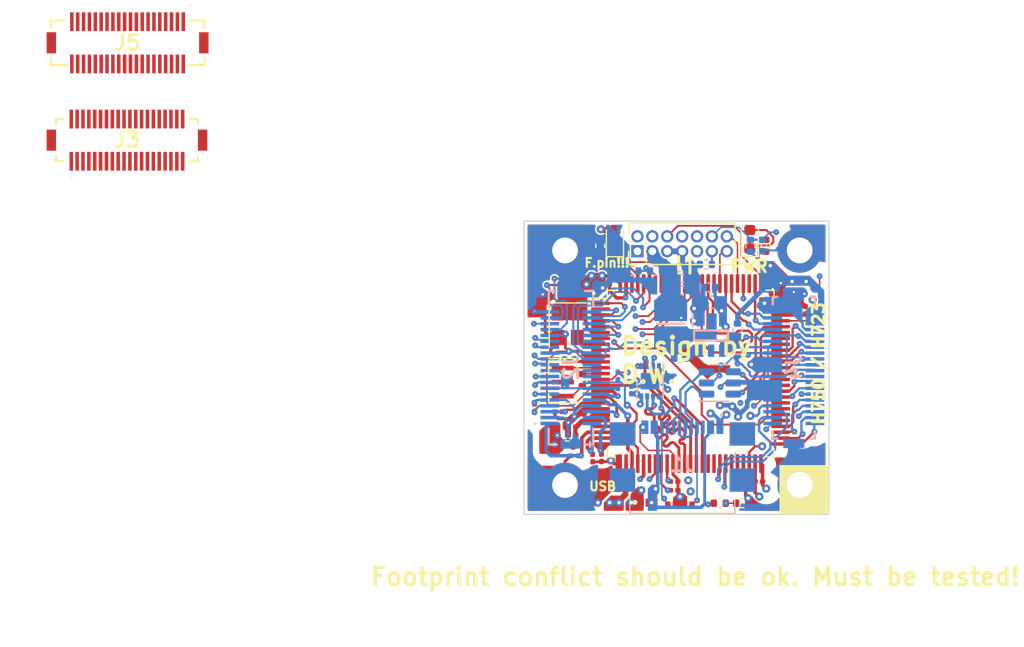
<source format=kicad_pcb>
(kicad_pcb (version 20221018) (generator pcbnew)
  (title_block (comment 4 "AISLER Project ID: SVLYBRXJ"))
  (layers (0 "F.Cu" signal) (1 "In1.Cu" power) (2 "In2.Cu" power) (3 "In3.Cu" signal) (4 "In4.Cu" power) (31 "B.Cu" signal) (34 "B.Paste" user) (35 "F.Paste" user) (36 "B.SilkS" user "B.Silkscreen") (37 "F.SilkS" user "F.Silkscreen") (38 "B.Mask" user) (39 "F.Mask" user) (44 "Edge.Cuts" user))
  (net 0 "")
  (net 1 "+3V3")
  (net 2 "GND")
  (net 3 "+5V")
  (net 4 "VBUS")
  (net 5 "nRST")
  (net 6 "/MCU/LED_PWR")
  (net 7 "Net-(D_Green1-K)")
  (net 8 "Net-(U5-PH0)")
  (net 9 "Net-(HSE1-Pad3)")
  (net 10 "SPI_2_MISO")
  (net 11 "SPI_2_CS")
  (net 12 "SPI_2_SCLK")
  (net 13 "SPI_2_MOSI")
  (net 14 "I2C1_SCL")
  (net 15 "I2C1_SDA")
  (net 16 "/Anschlüsse/CC1")
  (net 17 "/Anschlüsse/CC2")
  (net 18 "BOOT")
  (net 19 "/MCU/R_GND")
  (net 20 "Net-(U5-PH1)")
  (net 21 "LED_MCU")
  (net 24 "SWDIO")
  (net 25 "SWCLK")
  (net 26 "SWO")
  (net 29 "UART4_RX")
  (net 30 "UART4_TX")
  (net 31 "USB_CONN_D-")
  (net 32 "USB_CONN_D+")
  (net 33 "USB_D+")
  (net 34 "USB_D-")
  (net 45 "I2C4_SCL")
  (net 46 "I2C4_SDA")
  (net 47 "UART8_RX")
  (net 48 "UART8_TX")
  (net 49 "/SW_3V3")
  (net 50 "/BST_3V3")
  (net 51 "/FB_3V3")
  (net 57 "OSC37k")
  (net 58 "+3.3VA")
  (net 59 "Net-(C_LDO16-Pad1)")
  (net 139 "Net-(U5-PA9)")
  (net 140 "UART5_RX")
  (net 141 "UART5_TX")
  (net 142 "SPI4_SCK")
  (net 143 "SPI4_CS")
  (net 144 "SPI4_MISO")
  (net 145 "SPI4_MOSI")
  (net 146 "ADC3_INP11")
  (net 147 "ADC3_INP0")
  (net 148 "ADC_INP1")
  (net 149 "ADC1_INP17")
  (net 150 "ADC2_INP14")
  (net 151 "ADC1_INP15")
  (net 152 "ADC2_INP18")
  (net 153 "DAC1_OUT2")
  (net 154 "ADC1_INP3")
  (net 156 "OPAMP1_VOUT")
  (net 157 "OPAMP1_VINM")
  (net 158 "OPAMP1_VINP")
  (net 159 "QSPI_CLK")
  (net 160 "QSPI_IO0")
  (net 161 "QSPI_IO1")
  (net 162 "QSPI_IO2")
  (net 163 "QSPI_IO3")
  (net 165 "TIM1_CH3")
  (net 166 "TIM1_CH4")
  (net 171 "UART8_DE")
  (net 172 "TIM8_CH1")
  (net 173 "TIM8_CH2")
  (net 174 "TIM8_CH3")
  (net 175 "TIM8_CH4")
  (net 176 "RCC_MCO")
  (net 177 "UART4_DE")
  (net 179 "QSPI_CS")
  (net 181 "USART2_DE")
  (net 182 "USART2_TX")
  (net 183 "USART2_RX")
  (net 184 "SPI6_CS")
  (net 185 "SPI6_SCK")
  (net 186 "SPI6_MISO")
  (net 187 "SPI6_MOSI")
  (footprint "Capacitor_SMD:C_0201_0603Metric" (layer "F.Cu") (at 201.775 111.5 180)
    (fp_text reference "C_BB1" hide)
    (fp_text value "100n")
  )
  (footprint "MountingHole:MountingHole_2.2mm_M2_DIN965_Pad_TopBottom" (layer "F.Cu") (at 222.5 107.5)
    (fp_text reference "H3" hide)
    (fp_text value "M2")
  )
  (footprint "Resistor_SMD:R_0402_1005Metric" (layer "F.Cu") (at 202.675 124.125 180)
    (fp_text reference "R_filter1" hide)
    (fp_text value "10")
  )
  (footprint "Capacitor_SMD:C_0201_0603Metric" (layer "F.Cu") (at 199.9 120.9 90)
    (fp_text reference "C_ADC1_IN3" hide)
    (fp_text value "10p")
  )
  (footprint "Capacitor_SMD:C_0201_0603Metric" (layer "F.Cu") (at 221.2 111.2)
    (fp_text reference "C_LDO14" hide)
    (fp_text value "1u")
  )
  (footprint "Capacitor_SMD:C_0201_0603Metric" (layer "F.Cu") (at 207.3 127.1 180)
    (fp_text reference "C_LDO15" hide)
    (fp_text value "1u")
  )
  (footprint "Capacitor_SMD:C_0201_0603Metric" (layer "F.Cu") (at 222.3 112.6 90)
    (fp_text reference "C_LDO16" hide)
    (fp_text value "100n")
  )
  (footprint "Capacitor_SMD:C_0201_0603Metric" (layer "F.Cu") (at 217.9 127.5 -90)
    (fp_text reference "C_LDO6" hide)
    (fp_text value "4u7")
  )
  (footprint "Resistor_SMD:R_0402_1005Metric" (layer "F.Cu") (at 215.69 129.05 180)
    (fp_text reference "R_VBUS1" hide)
    (fp_text value "30k")
  )
  (footprint "Capacitor_SMD:C_0201_0603Metric" (layer "F.Cu") (at 204.075 116.65 90)
    (fp_text reference "C_LDO8" hide)
    (fp_text value "100n")
  )
  (footprint "Resistor_SMD:R_0402_1005Metric" (layer "F.Cu") (at 219.6 107.1 -90)
    (fp_text reference "R_LED_MCU2" hide)
    (fp_text value "200")
  )
  (footprint "Capacitor_SMD:C_0201_0603Metric" (layer "F.Cu") (at 201.95 121.25 180)
    (fp_text reference "C_ADC3_IN1" hide)
    (fp_text value "10p")
  )
  (footprint "SamacSys_Parts:DSN2_1" (layer "F.Cu") (at 209.548 129)
    (fp_text reference "D1" hide)
    (fp_text value "NSR20F30NXT5G" hide)
  )
  (footprint "Capacitor_SMD:C_0201_0603Metric" (layer "F.Cu") (at 203.095 122.525 180)
    (fp_text reference "C_LDO9" hide)
    (fp_text value "1u")
  )
  (footprint "MountingHole:MountingHole_2.2mm_M2_DIN965_Pad_TopBottom" (layer "F.Cu") (at 222.5 127.5)
    (fp_text reference "H2" hide)
    (fp_text value "M2")
  )
  (footprint "SamacSys_Parts:DF12NB5040DP05V51" (layer "F.Cu") (at 165.2 89.8)
    (fp_text reference "J5")
    (fp_text value "DF12NB_5.0_-40DP-0.5V_51_" hide)
  )
  (footprint "Capacitor_SMD:C_0201_0603Metric" (layer "F.Cu") (at 205.6 125.18 -90)
    (fp_text reference "C_ADC1_IN15" hide)
    (fp_text value "10p")
  )
  (footprint "LED_SMD:LED_0603_1608Metric" (layer "F.Cu") (at 206.75 106.55 90)
    (fp_text reference "D_Green1" hide)
    (fp_text value "MCU")
  )
  (footprint "Resistor_SMD:R_0402_1005Metric" (layer "F.Cu") (at 217.6 129.05 180)
    (fp_text reference "R_VBUS2" hide)
    (fp_text value "30k")
  )
  (footprint "LED_SMD:LED_0603_1608Metric" (layer "F.Cu") (at 218.25 106.55 90)
    (fp_text reference "D_Blue1" hide)
    (fp_text value "PWR")
  )
  (footprint "Capacitor_SMD:C_0201_0603Metric" (layer "F.Cu") (at 211.8 127.2)
    (fp_text reference "C_OP_VINP1" hide)
    (fp_text value "10p")
  )
  (footprint "MountingHole:MountingHole_2.2mm_M2_DIN965_Pad_TopBottom" (layer "F.Cu") (at 202.5 127.5)
    (fp_text reference "H1" hide)
    (fp_text value "M2")
  )
  (footprint "Connector_PinHeader_1.27mm:PinHeader_2x07_P1.27mm_Vertical" (layer "F.Cu") (at 208.67 107.57 90)
    (fp_text reference "STDC1" hide)
    (fp_text value "Conn_01x14_Female")
  )
  (footprint "Capacitor_SMD:C_0201_0603Metric" (layer "F.Cu") (at 223 112.6 90)
    (fp_text reference "C_LDO5" hide)
    (fp_text value "100n")
  )
  (footprint "Resistor_SMD:R_0402_1005Metric" (layer "F.Cu") (at 203.975 118.55 -90)
    (fp_text reference "R_HSE1" hide)
    (fp_text value "220")
  )
  (footprint "Resistor_SMD:R_0402_1005Metric" (layer "F.Cu") (at 205.5 107.11 -90)
    (fp_text reference "R_LED_MCU1" hide)
    (fp_text value "230")
  )
  (footprint "MountingHole:MountingHole_2.2mm_M2_DIN965_Pad_TopBottom" (layer "F.Cu") (at 202.5 107.5)
    (fp_text reference "H4" hide)
    (fp_text value "M2")
  )
  (footprint "Capacitor_SMD:C_0201_0603Metric" (layer "F.Cu") (at 211.8 127.95)
    (fp_text reference "C_OP_VINM1" hide)
    (fp_text value "10p")
  )
  (footprint "Capacitor_SMD:C_0201_0603Metric" (layer "F.Cu") (at 217.1 127.5 -90)
    (fp_text reference "C_LDO7" hide)
    (fp_text value "4u7")
  )
  (footprint "Resistor_SMD:R_0201_0603Metric" (layer "F.Cu") (at 213 129.1 180)
    (fp_text reference "R_USB2" hide)
    (fp_text value "5k1")
  )
  (footprint "SamacSys_Parts:DF12NB40DS05V51" (layer "F.Cu") (at 165.15 98.1)
    (fp_text reference "J3")
    (fp_text value "DF12NB-40DS-0.5V_51_" hide)
  )
  (footprint "Resistor_SMD:R_0201_0603Metric" (layer "F.Cu") (at 211.58 129.1)
    (fp_text reference "R_USB1" hide)
    (fp_text value "5k1")
  )
  (footprint "Capacitor_SMD:C_0201_0603Metric" (layer "F.Cu") (at 207.3 127.9 180)
    (fp_text reference "C_LDO11" hide)
    (fp_text value "100n")
  )
  (footprint "Oscillator:Oscillator_SMD_Abracon_ASE-4Pin_3.2x2.5mm" (layer "F.Cu") (at 202.725 113.875 -90)
    (fp_text reference "X1" hide)
    (fp_text value "F322516MUBCE2O")
  )
  (footprint "Package_QFP:LQFP-100_14x14mm_P0.5mm" (layer "F.Cu") (at 213.2 118)
    (fp_text reference "U5" hide)
    (fp_text value "STM32H723VGTx")
  )
  (footprint "Capacitor_SMD:C_0201_0603Metric" (layer "F.Cu") (at 204.125 121.75 90)
    (fp_text reference "C_LDO18" hide)
    (fp_text value "1u")
  )
  (footprint "Capacitor_SMD:C_0201_0603Metric" (layer "F.Cu") (at 203.3 125 180)
    (fp_text reference "C_ADC1_IN17" hide)
    (fp_text value "10p")
  )
  (footprint "Crystal:Resonator_SMD_Murata_CSTxExxV-3Pin_3.0x1.1mm" (layer "F.Cu") (at 202.3 118.725 -90)
    (fp_text reference "HSE1" hide)
    (fp_text value "CSTNE8M00GH5C000R0 ")
  )
  (footprint "Capacitor_SMD:C_0201_0603Metric" (layer "F.Cu") (at 203.1 123.25 180)
    (fp_text reference "C_LDO12" hide)
    (fp_text value "100n")
  )
  (footprint "Capacitor_SMD:C_0201_0603Metric" (layer "F.Cu") (at 204.85 125.2 -90)
    (fp_text reference "C_ADC2_IN14" hide)
    (fp_text value "10p")
  )
  (footprint "Capacitor_SMD:C_0201_0603Metric" (layer "F.Cu") (at 219.02 127.2 180)
    (fp_text reference "C_LDO13" hide)
    (fp_text value "1u")
  )
  (footprint "Capacitor_SMD:C_0201_0603Metric" (layer "F.Cu") (at 206.3 110 -90)
    (fp_text reference "C_LDO10" hide)
    (fp_text value "100n")
  )
  (footprint "Resistor_SMD:R_0402_1005Metric" (layer "B.Cu") (at 217.2 116.125 -90)
    (fp_text reference "R_FB_3V2" hide)
    (fp_text value "10k")
  )
  (footprint "Resistor_SMD:R_0402_1005Metric" (layer "B.Cu") (at 217.2 114.25 -90)
    (fp_text reference "R_FB_3V1" hide)
    (fp_text value "31k6")
  )
  (footprint "Resistor_SMD:R_0402_1005Metric" (layer "B.Cu") (at 208.25 109.25 180)
    (fp_text reference "R_BOOT2" hide)
    (fp_text value "30k")
  )
  (footprint "Package_TO_SOT_SMD:SOT-23-6" (layer "B.Cu") (at 215.7 118.8)
    (fp_text reference "U4" hide)
    (fp_text value "USBLC6-2SC6")
  )
  (footprint "SamacSys_Parts:SOT95P280X100-6N" (layer "B.Cu") (at 214.95 114.75 -90)
    (fp_text reference "IC3" hide)
    (fp_text value "AP62200WU-7" hide)
  )
  (footprint "Capacitor_SMD:C_0201_0603Metric" (layer "B.Cu") (at 207 119.6 90)
    (fp_text reference "C_ADC3_IN11" hide)
    (fp_text value "10p")
  )
  (footprint "Capacitor_SMD:C_0201_0603Metric" (layer "B.Cu") (at 208.15 119.4 90)
    (fp_text reference "C_LDO17" hide)
    (fp_text value "100n")
  )
  (footprint "Capacitor_SMD:C_0402_1005Metric" (layer "B.Cu") (at 212.5 110.9 180)
    (fp_text reference "C_Vout_3V1" hide)
    (fp_text value "22u 6V")
  )
  (footprint "Package_SON:SON-8-1EP_3x2mm_P0.5mm_EP1.4x1.6mm" (layer "B.Cu") (at 209.75 118.65 -90)
    (fp_text reference "U6" hide)
    (fp_text value "ZD25WQ32C")
  )
  (footprint "SamacSys_Parts:DF12NB40DS05V51" (layer "B.Cu") (at 222 117.5 90)
    (fp_text reference "J4")
    (fp_text value "DF12NB-40DS-0.5V_51_" hide)
  )
  (footprint "Capacitor_SMD:C_0603_1608Metric" (layer "B.Cu") (at 215 111.9)
    (fp_text reference "C_Vin_3V1" hide)
    (fp_text value "10u 25V")
  )
  (footprint "Capacitor_SMD:C_0402_1005Metric" (layer "B.Cu") (at 212.25 108.95 180)
    (fp_text reference "C_Vout_3V2" hide)
    (fp_text value "22u 6V")
  )
  (footprint "SamacSys_Parts:INDC3225X120N" (layer "B.Cu") (at 211.5 113.75 90)
    (fp_text reference "L1" hide)
    (fp_text value "SRP3212A-3R3M" hide)
  )
  (footprint "Capacitor_SMD:C_0402_1005Metric" (layer "B.Cu") (at 219.3 107.08 -90)
    (fp_text reference "C_Reset1" hide)
    (fp_text value "100n")
  )
  (footprint "Capacitor_SMD:C_0201_0603Metric" (layer "B.Cu") (at 207 118.2 90)
    (fp_text reference "C_DAC1_OUT1" hide)
    (fp_text value "10p")
  )
  (footprint "Capacitor_SMD:C_0402_1005Metric" (layer "B.Cu") (at 212.275 116.7)
    (fp_text reference "C_BST_3V1" hide)
    (fp_text value "100n")
  )
  (footprint "SamacSys_Parts:DF12NB5040DP05V51" (layer "B.Cu") (at 203 117.5 90)
    (fp_text reference "J2")
    (fp_text value "DF12NB_5.0_-40DP-0.5V_51_" hide)
  )
  (footprint "Resistor_SMD:R_0402_1005Metric" (layer "B.Cu") (at 210.25 109.25 180)
    (fp_text reference "R_BOOT1" hide)
    (fp_text value "DNP")
  )
  (footprint "SamacSys_Parts:USB4110GFA" (layer "B.Cu") (at 212.5 126.25 180)
    (fp_text reference "J1")
    (fp_text value "USB_C_Receptacle_USB2.0" hide)
  )
  (footprint "Resistor_SMD:R_0402_1005Metric" (layer "B.Cu") (at 218.3 107.1 90)
    (fp_text reference "R_Reset_1" hide)
    (fp_text value "30k")
  )
  (footprint "Capacitor_SMD:C_0402_1005Metric" (layer "B.Cu") (at 212.5 109.9)
    (fp_text reference "C_Reset2" hide)
    (fp_text value "100n")
  )
  (footprint "Resistor_SMD:R_0402_1005Metric" (layer "B.Cu") (at 214.5 108.7 180)
    (fp_text reference "R_Debug1" hide)
    (fp_text value "100")
  )
  (footprint "Capacitor_SMD:C_0402_1005Metric" (layer "B.Cu") (at 214.8 110.65 180)
    (fp_text reference "C_Vin_3V2" hide)
    (fp_text value "100n")
  )
  (gr_rect (start 220.875 125.9) (end 224.925 129.95) (stroke (width 0.2)) (fill solid) (layer "F.SilkS"))
  (gr_line (start 200 105) (end 199 105) (stroke (width 0.1)) (layer "Edge.Cuts"))
  (gr_line (start 199 130) (end 200 130) (stroke (width 0.1)) (layer "Edge.Cuts"))
  (gr_line (start 225 130) (end 200 130) (stroke (width 0.1)) (layer "Edge.Cuts"))
  (gr_line (start 199 105) (end 199 130) (stroke (width 0.1)) (layer "Edge.Cuts"))
  (gr_line (start 200 105) (end 225 105) (stroke (width 0.1)) (layer "Edge.Cuts"))
  (gr_line (start 225 105) (end 225 130) (stroke (width 0.1)) (layer "Edge.Cuts"))
  (gr_text "H750 / H723" (at 224.7 122.5 90) (layer "F.SilkS") (effects (font (size 1 1) (thickness 0.25) bold) (justify left bottom)))
  (gr_text "PWR" (at 216.45 109.45) (layer "F.SilkS") (effects (font (size 1 1) (thickness 0.25) bold) (justify left bottom)))
  (gr_text "F.pin!!!" (at 204.05 109) (layer "F.SilkS") (effects (font (size 0.75 0.75) (thickness 0.1875) bold) (justify left bottom)))
  (gr_text "Design by\nD.W." (at 207.1 118.95) (layer "F.SilkS") (effects (font (size 1.5 1.5) (thickness 0.3) bold) (justify left bottom)))
  (gr_text "USB" (at 204.45 128.05) (layer "F.SilkS") (effects (font (size 0.75 0.75) (thickness 0.1875) bold) (justify left bottom)))
  (gr_text "Footprint conflict should be ok. Must be tested!" (at 185.75 136.2) (layer "F.SilkS") (effects (font (size 1.5 1.5) (thickness 0.3) bold) (justify left bottom)))
  (gr_text "||" (at 211.55 109.25) (layer "F.SilkS") (effects (font (size 1 1) (thickness 0.25) bold) (justify left bottom)))
  (segment (start 205.6125 105.7625) (end 205.55 105.7) (width 0.508) (layer "F.Cu") (net 1))
  (segment (start 220.88 111.2) (end 220.88 110.290817) (width 0.3) (layer "F.Cu") (net 1))
  (segment (start 220.6 111.2) (end 220.2 110.8) (width 0.3) (layer "F.Cu") (net 1))
  (segment (start 207.7 125.675) (end 207.7 127.82) (width 0.3) (layer "F.Cu") (net 1))
  (segment (start 206.75 105.7125) (end 206.75 105.7625) (width 0.508) (layer "F.Cu") (net 1))
  (segment (start 204.768916 114.5) (end 205.525 114.5) (width 0.245) (layer "F.Cu") (net 1))
  (segment (start 206.75 105.7625) (end 205.6125 105.7625) (width 0.508) (layer "F.Cu") (net 1))
  (segment (start 206.3 109.68) (end 205.68 109.68) (width 0.3) (layer "F.Cu") (net 1))
  (segment (start 203.55 112.825) (end 204.3475 113.6225) (width 0.245) (layer "F.Cu") (net 1))
  (segment (start 207.62 127.9) (end 207.62 128.48) (width 0.3) (layer "F.Cu") (net 1))
  (segment (start 220.88 111.2) (end 220.6 111.2) (width 0.3) (layer "F.Cu") (net 1))
  (segment (start 220.88 110.290817) (end 220.889388 110.281429) (width 0.3) (layer "F.Cu") (net 1))
  (segment (start 219 108.2) (end 219.6 108.8) (width 0.175) (layer "F.Cu") (net 1))
  (segment (start 201.9 112.825) (end 203.55 112.825) (width 0.245) (layer "F.Cu") (net 1))
  (segment (start 204.105 117) (end 204.075 116.97) (width 0.245) (layer "F.Cu") (net 1))
  (segment (start 219.1275 107.0725) (end 219 107.2) (width 0.175) (layer "F.Cu") (net 1))
  (segment (start 220.875 112) (end 220.875 111.205) (width 0.3) (layer "F.Cu") (net 1))
  (segment (start 207.62 128.48) (end 207.1 129) (width 0.3) (layer "F.Cu") (net 1))
  (segment (start 202.095 111.5) (end 202.095 112.63) (width 0.245) (layer "F.Cu") (net 1))
  (segment (start 206.3 109.68) (end 206.555 109.68) (width 0.3) (layer "F.Cu") (net 1))
  (segment (start 219.658426 105.7625) (end 220.25 106.354074) (width 0.175) (layer "F.Cu") (net 1))
  (segment (start 203.3 116.8) (end 202.45 116.8) (width 0.245) (layer "F.Cu") (net 1))
  (segment (start 204.3475 113.6225) (end 204.3475 114.078584) (width 0.245) (layer "F.Cu") (net 1))
  (segment (start 202.165 124.125) (end 201.7 124.125) (width 0.245) (layer "F.Cu") (net 1))
  (segment (start 220.25 106.8) (end 219.9775 107.0725) (width 0.175) (layer "F.Cu") (net 1))
  (segment (start 205.68 109.68) (end 205.65 109.65) (width 0.3) (layer "F.Cu") (net 1))
  (segment (start 206.555 109.68) (end 207.2 110.325) (width 0.3) (layer "F.Cu") (net 1))
  (segment (start 219 107.2) (end 219 108.2) (width 0.175) (layer "F.Cu") (net 1))
  (segment (start 220.875 111.205) (end 220.88 111.2) (width 0.3) (layer "F.Cu") (net 1))
  (segment (start 219.6 108.8) (end 220 108.8) (width 0.175) (layer "F.Cu") (net 1))
  (segment (start 218.25 105.7625) (end 219.658426 105.7625) (width 0.175) (layer "F.Cu") (net 1))
  (segment (start 219.9775 107.0725) (end 219.1275 107.0725) (width 0.175) (layer "F.Cu") (net 1))
  (segment (start 201.7 124.125) (end 201.6 124.025) (width 0.245) (layer "F.Cu") (net 1))
  (segment (start 202.165 123.598704) (end 201.834816 123.26852) (width 0.245) (layer "F.Cu") (net 1))
  (segment (start 219.2 125.675) (end 219.34 125.815) (width 0.3) (layer "F.Cu") (net 1))
  (segment (start 203.47 116.97) (end 203.3 116.8) (width 0.245) (layer "F.Cu") (net 1))
  (segment (start 204.075 116.97) (end 203.47 116.97) (width 0.245) (layer "F.Cu") (net 1))
  (segment (start 219.34 125.815) (end 219.34 127.2) (width 0.3) (layer "F.Cu") (net 1))
  (segment (start 202.165 124.125) (end 202.165 123.598704) (width 0.245) (layer "F.Cu") (net 1))
  (segment (start 202.095 112.63) (end 201.9 112.825) (width 0.245) (layer "F.Cu") (net 1))
  (segment (start 220.25 106.354074) (end 220.25 106.8) (width 0.175) (layer "F.Cu") (net 1))
  (segment (start 204.3475 114.078584) (end 204.768916 114.5) (width 0.245) (layer "F.Cu") (net 1))
  (segment (start 219.34 127.2) (end 219.34 127.49) (width 0.3) (layer "F.Cu") (net 1))
  (segment (start 205.525 117) (end 204.105 117) (width 0.245) (layer "F.Cu") (net 1))
  (segment (start 219.34 127.49) (end 219.65 127.8) (width 0.3) (layer "F.Cu") (net 1))
  (segment (start 207.7 127.82) (end 207.62 127.9) (width 0.3) (layer "F.Cu") (net 1))
  (via (at 220.889388 110.281429) (size 0.6) (drill 0.2) (layers "F.Cu" "B.Cu") (net 1))
  (via (at 220.2 110.8) (size 0.6) (drill 0.2) (layers "F.Cu" "B.Cu") (net 1))
  (via (at 202.45 116.8) (size 0.6) (drill 0.2) (layers "F.Cu" "B.Cu") (net 1))
  (via (at 221.85 110.15) (size 0.7) (drill 0.3) (layers "F.Cu" "B.Cu") (net 1))
  (via (at 201.834816 123.26852) (size 0.6) (drill 0.2) (layers "F.Cu" "B.Cu") (net 1))
  (via (at 201.6 124.025) (size 0.6) (drill 0.2) (layers "F.Cu" "B.Cu") (net 1))
  (via (at 204.324407 110.387796) (size 0.7) (drill 0.3) (layers "F.Cu" "B.Cu") (net 1))
  (via (at 207.1 129) (size 0.7) (drill 0.3) (layers "F.Cu" "B.Cu") (net 1))
  (via (at 205.65 109.65) (size 0.7) (drill 0.3) (layers "F.Cu" "B.Cu") (net 1))
  (via (at 205.55 105.7) (size 0.7) (drill 0.3) (layers "F.Cu" "B.Cu") (net 1))
  (via (at 223.05 110.15) (size 0.7) (drill 0.3) (layers "F.Cu" "B.Cu") (net 1))
  (via (at 204.75 109.65) (size 0.7) (drill 0.3) (layers "F.Cu" "B.Cu") (net 1))
  (via (at 203.3 116.8) (size 0.6) (drill 0.2) (layers "F.Cu" "B.Cu") (net 1))
  (via (at 218.381233 117.218767) (size 0.7) (drill 0.3) (layers "F.Cu" "B.Cu") (net 1))
  (via (at 208.6 119.72) (size 0.6) (drill 0.2) (layers "F.Cu" "B.Cu") (net 1))
  (via (at 212.4 113.25) (size 0.6) (drill 0.2) (layers "F.Cu" "B.Cu") (net 1))
  (via (at 219.65 127.8) (size 0.7) (drill 0.3) (layers "F.Cu" "B.Cu") (net 1))
  (via (at 206.3 129) (size 0.7) (drill 0.3) (layers "F.Cu" "B.Cu") (net 1))
  (via (at 208.9 120.6) (size 0.6) (drill 0.2) (layers "F.Cu" "B.Cu") (net 1))
  (via (at 220 108.8) (size 0.7) (drill 0.3) (layers "F.Cu" "B.Cu") (net 1))
  (segment (start 219.386827 110.8) (end 220.2 110.8) (width 0.4) (layer "B.Cu") (net 1))
  (segment (start 209 119.9375) (end 208.8175 119.9375) (width 0.3) (layer "B.Cu") (net 1))
  (segment (start 223.05 110.15) (end 221.85 110.15) (width 0.4) (layer "B.Cu") (net 1))
  (segment (start 211.5 112.6) (end 211.75 112.6) (width 0.175) (layer "B.Cu") (net 1))
  (segment (start 221.020817 110.15) (end 220.889388 110.281429) (width 0.4) (layer "B.Cu") (net 1))
  (segment (start 219.49 108.8) (end 220 108.8) (width 0.175) (layer "B.Cu") (net 1))
  (segment (start 223.55 110.15) (end 224.35 110.95) (width 0.4) (layer "B.Cu") (net 1))
  (segment (start 207.1 129) (end 206.3 129) (width 0.3) (layer "B.Cu") (net 1))
  (segment (start 224.35 112.2) (end 223.8 112.75) (width 0.4) (layer "B.Cu") (net 1))
  (segment (start 218.381233 117.218767) (end 218.75 116.85) (width 0.4) (layer "B.Cu") (net 1))
  (segment (start 221.85 110.15) (end 221.020817 110.15) (width 0.4) (layer "B.Cu") (net 1))
  (segment (start 208.15 119.72) (end 208.6 119.72) (width 0.3) (layer "B.Cu") (net 1))
  (segment (start 220.718571 110.281429) (end 220.2 110.8) (width 0.4) (layer "B.Cu") (net 1))
  (segment (start 217.2 113.74) (end 217.2 112.986827) (width 0.4) (layer "B.Cu") (net 1))
  (segment (start 204.75 109.65) (end 205.65 109.65) (width 0.175) (layer "B.Cu") (net 1))
  (segment (start 204.75 109.962203) (end 204.324407 110.387796) (width 0.175) (layer "B.Cu") (net 1))
  (segment (start 217.2 112.986827) (end 219.386827 110.8) (width 0.4) (layer "B.Cu") (net 1))
  (segment (start 209 120.5) (end 208.9 120.6) (width 0.3) (layer "B.Cu") (net 1))
  (segment (start 218.3 107.61) (end 219.49 108.8) (width 0.175) (layer "B.Cu") (net 1))
  (segment (start 220.889388 110.281429) (end 220.718571 110.281429) (width 0.4) (layer "B.Cu") (net 1))
  (segment (start 220.2 116.75) (end 220.2 117.75) (width 0.4) (layer "B.Cu") (net 1))
  (segment (start 204.75 109.65) (end 204.75 109.962203) (width 0.175) (layer "B.Cu") (net 1))
  (segment (start 218.75 116.85) (end 218.75 116.75) (width 0.4) (layer "B.Cu") (net 1))
  (segment (start 209 119.9375) (end 209 120.5) (width 0.3) (layer "B.Cu") (net 1))
  (segment (start 224.35 110.95) (end 224.35 112.2) (width 0.4) (layer "B.Cu") (net 1))
  (segment (start 208.8175 119.9375) (end 208.6 119.72) (width 0.3) (layer "B.Cu") (net 1))
  (segment (start 223.05 110.15) (end 223.55 110.15) (width 0.4) (layer "B.Cu") (net 1))
  (segment (start 211.75 112.6) (end 212.4 113.25) (width 0.175) (layer "B.Cu") (net 1))
  (segment (start 218.75 116.75) (end 220.2 116.75) (width 0.4) (layer "B.Cu") (net 1))
  (segment (start 223.8 113.75) (end 223.8 112.75) (width 0.4) (layer "B.Cu") (net 1))
  (segment (start 203.29 121.665) (end 203.525 121.43) (width 0.245) (layer "F.Cu") (net 2))
  (segment (start 217.9 127.82) (end 217.9 128.426502) (width 0.3) (layer "F.Cu") (net 2))
  (segment (start 200.95 118.725) (end 200.95 116.95) (width 0.125) (layer "F.Cu") (net 2))
  (segment (start 205.58 125.52) (end 205.6 125.5) (width 0.25) (layer "F.Cu") (net 2))
  (segment (start 200.6 111.25) (end 201.205 111.25) (width 0.245) (layer "F.Cu") (net 2))
  (segment (start 204.245 116.5) (end 204.075 116.33) (width 0.245) (layer "F.Cu") (net 2))
  (segment (start 206.98 127.9) (end 206.4 127.9) (width 0.3) (layer "F.Cu") (net 2))
  (segment (start 202.6 118.375) (end 202.6 118.425) (width 0.125) (layer "F.Cu") (net 2))
  (segment (start 202.45 119.1) (end 202.45 118.875) (width 0.175) (layer "F.Cu") (net 2))
  (segment (start 206.3 110.32) (end 206.08 110.32) (width 0.3) (layer "F.Cu") (net 2))
  (segment (start 202.6 118.425) (end 202.3 118.725) (width 0.125) (layer "F.Cu") (net 2))
  (segment (start 211.7 124.85) (end 211.4 124.55) (width 0.125) (layer "F.Cu") (net 2))
  (segment (start 212.1 128.9) (end 211.9 129.1) (width 0.15) (layer "F.Cu") (net 2))
  (segment (start 217.1 127.82) (end 217.9 127.82) (width 0.2) (layer "F.Cu") (net 2))
  (segment (start 205.525 116.5) (end 204.245 116.5) (width 0.245) (layer "F.Cu") (net 2))
  (segment (start 205.525 119) (end 208.2 119) (width 0.25) (layer "F.Cu") (net 2))
  (segment (start 220.875 112.5) (end 221.95967 112.5) (width 0.3) (layer "F.Cu") (net 2))
  (segment (start 204.525 119.225) (end 204.525 119.4) (width 0.125) (layer "F.Cu") (net 2))
  (segment (start 201.63 121.58) (end 201.9 121.85) (width 0.25) (layer "F.Cu") (net 2))
  (segment (start 201.9 121.85) (end 203.105 121.85) (width 0.25) (layer "F.Cu") (net 2))
  (segment (start 212.12 127.02) (end 211.7 126.6) (width 0.25) (layer "F.Cu") (net 2))
  (segment (start 211.7 125.675) (end 211.7 124.85) (width 0.125) (layer "F.Cu") (net 2))
  (segment (start 207.2 125.675) (end 206.675 125.675) (width 0.3) (layer "F.Cu") (net 2))
  (segment (start 207.65 111.5) (end 207.65 111.45) (width 0.3) (layer "F.Cu") (net 2))
  (segment (start 205.6 125.5) (end 206.3 125.5) (width 0.25) (layer "F.Cu") (net 2))
  (segment (start 201.205 111.25) (end 201.455 111.5) (width 0.245) (layer "F.Cu") (net 2))
  (segment (start 201.275 118.725) (end 202.3 118.725) (width 0.125) (layer "F.Cu") (net 2))
  (segment (start 222.3 112.28) (end 222.3 111.8) (width 0.3) (layer "F.Cu") (net 2))
  (segment (start 202.5 125.48) (end 202.5 127.5) (width 0.25) (layer "F.Cu") (net 2))
  (segment (start 206.3 125.5) (end 206.4 125.4) (width 0.25) (layer "F.Cu") (net 2))
  (segment (start 206.675 125.675) (end 206.4 125.4) (width 0.3) (layer "F.Cu") (net 2))
  (segment (start 221.52 111.2) (end 222.3 111.98) (width 0.3) (layer "F.Cu") (net 2))
  (segment (start 204.555 121) (end 205.525 121) (width 0.245) (layer "F.Cu") (net 2))
  (segment (start 206.3 110.32) (end 206.3 110.95) (width 0.3) (layer "F.Cu") (net 2))
  (segment (start 200.95 116.95) (end 201.8 116.1) (width 0.125) (layer "F.Cu") (net 2))
  (segment (start 204.95 111.15) (end 205.4 110.7) (width 0.3) (layer "F.Cu") (net 2))
  (segment (start 212.1 128.7) (end 212.1 128.9) (width 0.15) (layer "F.Cu") (net 2))
  (segment (start 221.95967 112.5) (end 222.17967 112.28) (width 0.3) (layer "F.Cu") (net 2))
  (segment (start 208.9 123.838561) (end 208.9 122.822) (width 0.125) (layer "F.Cu") (net 2))
  (segment (start 200.8 114.45) (end 201.275 114.925) (width 0.245) (layer "F.Cu") (net 2))
  (segment (start 204.075 116.33) (end 203.845 116.1) (width 0.245) (layer "F.Cu") (net 2))
  (segment (start 218.7 127.2) (end 218.7 128.132071) (width 0.3) (layer "F.Cu") (net 2))
  (segment (start 212.12 127.95) (end 212.12 127.02) (width 0.25) (layer "F.Cu") (net 2))
  (segment (start 207.7 111.4) (end 207.7 110.325) (width 0.3) (layer "F.Cu") (net 2))
  (segment (start 204.125 121.43) (end 204.555 121) (width 0.245) (layer "F.Cu") (net 2))
  (segment (start 206.98 125.895) (end 206.98 127.9) (width 0.3) (layer "F.Cu") (net 2))
  (segment (start 204 129) (end 202.5 127.5) (width 0.3) (layer "F.Cu") (net 2))
  (segment (start 201.455 111.5) (end 201.075 111.5) (width 0.245) (layer "F.Cu") (net 2))
  (segment (start 208.9 122.822) (end 209.15 122.572) (width 0.125) (layer "F.Cu") (net 2))
  (segment (start 208.2 119) (end 208.6 118.6) (width 0.25) (layer "F.Cu") (net 2))
  (segment (start 212.12 128.32) (end 212.3 128.5) (width 0.25) (layer "F.Cu") (net 2))
  (segment (start 217.9 128.426502) (end 218.1 128.626502) (width 0.3) (layer "F.Cu") (net 2))
  (segment (start 211.4 124.55) (end 209.611439 124.55) (width 0.125) (layer "F.Cu") (net 2))
  (segment (start 201.25 120.75) (end 200.95 120.45) (width 0.125) (layer "F.Cu") (net 2))
  (segment (start 202.78 122.175) (end 202.78 123.25) (width 0.245) (layer "F.Cu") (net 2))
  (segment (start 205.4 110.7) (end 205.7 110.7) (width 0.3) (layer "F.Cu") (net 2))
  (segment (start 209.611439 124.55) (end 208.9 123.838561) (width 0.125) (layer "F.Cu") (net 2))
  (segment (start 212.1 128.3) (end 212.3 128.5) (width 0.15) (layer "F.Cu") (net 2))
  (segment (start 206.9 111.55) (end 207.55 111.55) (width 0.3) (layer "F.Cu") (net 2))
  (segment (start 206.08 110.32) (end 205.7 110.7) (width 0.3) (layer "F.Cu") (net 2))
  (segment (start 222.3 111.98) (end 222.3 112.28) (width 0.3) (layer "F.Cu") (net 2))
  (segment (start 207.6 111.5) (end 207.65 111.5) (width 0.3) (layer "F.Cu") (net 2))
  (segment (start 206.3 110.95) (end 206.9 111.55) (width 0.3) (layer "F.Cu") (net 2))
  (segment (start 202.45 118.875) (end 202.3 118.725) (width 0.175) (layer "F.Cu") (net 2))
  (segment (start 201.63 121.25) (end 201.63 121.58) (width 0.25) (layer "F.Cu") (net 2))
  (segment (start 221.52 111.2) (end 221.85 111.2) (width 0.3) (layer "F.Cu") (net 2))
  (segment (start 218.7 128.132071) (end 219.060044 128.492115) (width 0.3) (layer "F.Cu") (net 2))
  (segment (start 202.98 125) (end 202.5 125.48) (width 0.25) (layer "F.Cu") (net 2))
  (segment (start 207.65 111.45) (end 207.7 111.4) (width 0.3) (layer "F.Cu") (net 2))
  (segment (start 212.12 127.2) (end 212.12 127.15) (width 0.25) (layer "F.Cu") (net 2))
  (segment (start 204.525 119.4) (end 203.175 120.75) (width 0.125) (layer "F.Cu") (net 2))
  (segment (start 201.8 116.1) (end 202.825 116.1) (width 0.125) (layer "F.Cu") (net 2))
  (segment (start 201.075 111.5) (end 200.8 111.775) (width 0.245) (layer "F.Cu") (net 2))
  (segment (start 211.7 126.6) (end 212.1 127) (width 0.15) (layer "F.Cu") (net 2))
  (segment (start 200.95 120.45) (end 200.95 118.725) (width 0.125) (layer "F.Cu") (net 2))
  (segment (start 219.6 107.61) (end 219.71 107.5) (width 0.175) (layer "F.Cu") (net 2))
  (segment (start 222.17967 112.28) (end 222.3 112.28) (width 0.3) (layer "F.Cu") (net 2))
  (segment (start 202.525 115.8) (end 202.525 114.625) (width 0.245) (layer "F.Cu") (net 2))
  (segment (start 211.7 126.6) (end 211.7 125.675) (width 0.25) (layer "F.Cu") (net 2))
  (segment (start 200.8 111.775) (end 200.8 114.45) (width 0.245) (layer "F.Cu") (net 2))
  (segment (start 204.85 125.52) (end 205.58 125.52) (width 0.25) (layer "F.Cu") (net 2))
  (segment (start 219.71 107.5) (end 222.5 107.5) (width 0.175) (layer "F.Cu") (net 2))
  (segment (start 203.105 121.85) (end 203.29 121.665) (width 0.25) (layer "F.Cu") (net 2))
  (segment (start 221.85 111.2) (end 222 111.05) (width 0.3) (layer "F.Cu") (net 2))
  (segment (start 212.3 128.5) (end 212.1 128.7) (width 0.15) (layer "F.Cu") (net 2))
  (segment (start 203.845 116.1) (end 202.825 116.1) (width 0.245) (layer "F.Cu") (net 2))
  (segment (start 203.175 120.75) (end 201.25 120.75) (width 0.125) (layer "F.Cu") (net 2))
  (segment (start 205.525 119) (end 204.75 119) (width 0.125) (layer "F.Cu") (net 2))
  (segment (start 207.2 125.675) (end 206.98 125.895) (width 0.3) (layer "F.Cu") (net 2))
  (segment (start 205.3 129) (end 204 129) (width 0.3) (layer "F.Cu") (net 2))
  (segment (start 206.4 127.9) (end 205.3 129) (width 0.3) (layer "F.Cu") (net 2))
  (segment (start 202.825 116.1) (end 202.525 115.8) (width 0.245) (layer "F.Cu") (net 2))
  (segment (start 222.3 111.8) (end 222.9 111.2) (width 0.3) (layer "F.Cu") (net 2))
  (segment (start 199.9 120.4755) (end 199.9005 120.475) (width 0.3) (layer "F.Cu") (net 2))
  (segment (start 201.275 114.925) (end 201.9 114.925) (width 0.245) (layer "F.Cu") (net 2))
  (segment (start 207.55 111.55) (end 207.6 111.5) (width 0.3) (layer "F.Cu") (net 2))
  (segment (start 218.7 125.675) (end 218.7 127.2) (width 0.3) (layer "F.Cu") (net 2))
  (segment (start 212.12 127.95) (end 212.12 128.32) (width 0.25) (layer "F.Cu") (net 2))
  (segment (start 203.525 121.43) (end 204.125 121.43) (width 0.245) (layer "F.Cu") (net 2))
  (segment (start 204.75 119) (end 204.525 119.225) (width 0.125) (layer "F.Cu") (net 2))
  (segment (start 200.95 118.725) (end 201.275 118.725) (width 0.125) (layer "F.Cu") (net 2))
  (segment (start 199.9 120.58) (end 199.9 120.4755) (width 0.3) (layer "F.Cu") (net 2))
  (segment (start 222.3 112.28) (end 223 112.28) (width 0.3) (layer "F.Cu") (net 2))
  (via (at 218.3 121.6) (size 0.7) (drill 0.3) (layers "F.Cu" "B.Cu") (net 2))
  (via (at 206.4 125.4) (size 0.7) (drill 0.3) (layers "F.Cu" "B.Cu") (net 2))
  (via (at 199.9 112.7) (size 0.5) (drill 0.1) (layers "F.Cu" "B.Cu") (net 2))
  (via (at 222.9 111.2) (size 0.6) (drill 0.2) (layers "F.Cu" "B.Cu") (net 2))
  (via (at 217.45 120.5) (size 0.5) (drill 0.1) (layers "F.Cu" "B.Cu") (net 2))
  (via (at 215.8 117.3) (size 0.5) (drill 0.1) (layers "F.Cu" "B.Cu") (net 2))
  (via (at 213.5 112.45) (size 0.7) (drill 0.3) (layers "F.Cu" "B.Cu") (net 2))
  (via (at 213.5 113.5) (size 0.7) (drill 0.3) (layers "F.Cu" "B.Cu") (net 2))
  (via (at 211.25 119.35) (size 0.6) (drill 0.2) (layers "F.Cu" "B.Cu") (net 2))
  (via (at 202.6 118.375) (size 0.5) (drill 0.1) (layers "F.Cu" "B.Cu") (net 2))
  (via (at 214.9 121.4) (size 0.7) (drill 0.3) (layers "F.Cu" "B.Cu") (net 2))
  (via (at 209.45 115.35) (size 0.5) (drill 0.1) (layers "F.Cu" "B.Cu") (net 2))
  (via (at 222.4245 121.629455) (size 0.5) (drill 0.1) (layers "F.Cu" "B.Cu") (net 2))
  (via (at 208.35 112.45) (size 0.5) (drill 0.1) (layers "F.Cu" "B.Cu") (net 2))
  (via (at 222.3745 114.795545) (size 0.5) (drill 0.1) (layers "F.Cu" "B.Cu") (net 2))
  (via (at 219.5 112) (size 0.7) (drill 0.3) (layers "F.Cu" "B.Cu") (net 2))
  (via (at 208.6 118.6) (size 0.6) (drill 0.2) (layers "F.Cu" "B.Cu") (net 2))
  (via (at 202.78 122.175) (size 0.6) (drill 0.2) (layers "F.Cu" "B.Cu") (net 2))
  (via (at 218.1 128.626502) (size 0.7) (drill 0.3) (layers "F.Cu" "B.Cu") (net 2))
  (via (at 219.65 122.75) (size 0.5) (drill 0.1) (layers "F.Cu" "B.Cu") (net 2))
  (via (at 205.3 129) (size 0.7) (drill 0.3) (layers "F.Cu" "B.Cu") (net 2))
  (via (at 222.65 119.75) (size 0.5) (drill 0.1) (layers "F.Cu" "B.Cu") (net 2))
  (via (at 204.95 111.15) (size 0.7) (drill 0.3) (layers "F.Cu" "B.Cu") (net 2))
  (via (at 199.9005 120.475) (size 0.5) (drill 0.1) (layers "F.Cu" "B.Cu") (net 2))
  (via (at 222 111.05) (size 0.6) (drill 0.2) (layers "F.Cu" "B.Cu") (net 2))
  (via (at 222.65 118.15) (size 0.5) (drill 0.1) (layers "F.Cu" "B.Cu") (net 2))
  (via (at 215.651434 118.164695) (size 0.5) (drill 0.1) (layers "F.Cu" "B.Cu") (net 2))
  (via (at 207.65 111.5) (size 0.5) (drill 0.1) (layers "F.Cu" "B.Cu") (net 2))
  (via (at 216.25 121.5) (size 0.7) (drill 0.3) (layers "F.Cu" "B.Cu") (net 2))
  (via (at 200.6 111.25) (size 0.6) (drill 0.2) (layers "F.Cu" "B.Cu") (net 2))
  (via (at 202.525 114.625) (size 0.6) (drill 0.2) (layers "F.Cu" "B.Cu") (net 2))
  (via (at 205.7 110.7) (size 0.7) (drill 0.3) (layers "F.Cu" "B.Cu") (net 2))
  (via (at 219.060044 128.492115) (size 0.7) (drill 0.3) (layers "F.Cu" "B.Cu") (net 2))
  (via (at 212.3 128.5) (size 0.7) (drill 0.3) (layers "F.Cu" "B.Cu") (net 2))
  (via (at 217.2 117.15) (size 0.5) (drill 0.1) (layers "F.Cu" "B.Cu") (net 2))
  (via (at 210.9 117.95) (size 0.6) (drill 0.2) (layers "F.Cu" "B.Cu") (net 2))
  (via (at 202.45 119.1) (size 0.5) (drill 0.1) (layers "F.Cu" "B.Cu") (net 2))
  (via (at 202.825 116.1) (size 0.6) (drill 0.2) (layers "F.Cu" "B.Cu") (net 2))
  (via (at 203.29 121.665) (size 0.6) (drill 0.2) (layers "F.Cu" "B.Cu") (net 2))
  (via (at 209.15 122.572) (size 0.7) (drill 0.3) (layers "F.Cu" "B.Cu") (net 2))
  (via (at 222.75 116.75) (size 0.5) (drill 0.1) (layers "F.Cu" "B.Cu") (net 2))
  (segment (start 222.15 111.2) (end 222 111.05) (width 0.4) (layer "B.Cu") (net 2))
  (segment (start 207.05 115.9) (end 207.6 115.35) (width 0.175) (layer "B.Cu") (net 2))
  (segment (start 223 115.25) (end 223.8 115.25) (width 0.2) (layer "B.Cu") (net 2))
  (segment (start 203.29 121.665) (end 202.78 122.175) (width 0.2) (layer "B.Cu") (net 2))
  (segment (start 218.3 121.6) (end 218.85 121.6) (width 0.2) (layer "B.Cu") (net 2))
  (segment (start 221.4 116.6) (end 221.4 116.4) (width 0.175) (layer "B.Cu") (net 2))
  (segment (start 221.05 112) (end 222 111.05) (width 0.4) (layer "B.Cu") (net 2))
  (segment (start 218.4 118.25) (end 218.25 118.1) (width 0.2) (layer "B.Cu") (net 2))
  (segment (start 220.2 114.75) (end 221.4 114.75) (width 0.2) (layer "B.Cu") (net 2))
  (segment (start 201.975 117.75) (end 201.2 117.75) (width 0.175) (layer "B.Cu") (net 2))
  (segment (start 213.99 108.7) (end 212.98 108.7) (width 0.175) (layer "B.Cu") (net 2))
  (segment (start 223 114.25) (end 222.75 114) (width 0.2) (layer "B.Cu") (net 2))
  (segment (start 205.95 116.575) (end 205.95 116.05) (width 0.175) (layer "B.Cu") (net 2))
  (segment (start 202.6 118.375) (end 201.975 117.75) (width 0.175) (layer "B.Cu") (net 2))
  (segment (start 218.25 117.9) (end 217.5 117.15) (width 0.2) (layer "B.Cu") (net 2))
  (segment (start 202.75 123.75) (end 202.75 122.205) (width 0.245) (layer "B.Cu") (net 2))
  (segment (start 204.8 116.75) (end 205.775 116.75) (width 0.175) (layer "B.Cu") (net 2))
  (segment (start 207.084975 117.88) (end 207.804975 118.6) (width 0.25) (layer "B.Cu") (net 2))
  (segment (start 217.2 116.685) (end 217.25 116.635) (width 0.4) (layer "B.Cu") (net 2))
  (segment (start 215.8 117.3) (end 216.1 117.3) (width 0.15) (layer "B.Cu") (net 2))
  (segment (start 206.425 115.9) (end 207.05 115.9) (width 0.175) (layer "B.Cu") (net 2))
  (segment (start 215.016129 118.8) (end 215.651434 118.164695) (width 0.175) (layer "B.Cu") (net 2))
  (segment (start 201.2 119.25) (end 202.3 119.25) (width 0.175) (layer "B.Cu") (net 2))
  (segment (start 222.75 118.25) (end 222.65 118.15) (width 0.2) (layer "B.Cu") (net 2))
  (segment (start 199.9005 120.475) (end 200.1255 120.25) (width 0.2) (layer "B.Cu") (net 2))
  (segment (start 214.32 110.65) (end 214.32 111.805) (width 0.3) (layer "B.Cu") (net 2))
  (segment (start 209.15 122.572) (end 209.15 122.628798) (width 0.3) (layer "B.Cu") (net 2))
  (segment (start 218.85 121.6) (end 219.05 121.4) (width 0.2) (layer "B.Cu") (net 2))
  (segment (start 202.825 116.1) (end 203.375736 116.1) (width 0.175) (layer "B.Cu") (net 2))
  (segment (start 215.651434 117.448566) (end 215.651434 118.164695) (width 0.15) (layer "B.Cu") (net 2))
  (segment (start 219.3 120.75) (end 220.2 120.75) (width 0.2) (layer "B.Cu") (net 2))
  (segment (start 203.29 121.665) (end 203.29 120.94) (width 0.2) (layer "B.Cu") (net 2))
  (segment (start 202.78 122.175) (end 202.355 121.75) (width 0.2) (layer "B.Cu") (net 2))
  (segment (start 221.4 116.4) (end 221.4 114.75) (width 0.175) (layer "B.Cu") (net 2))
  (segment (start 210.5 117.3625) (end 210.5 117.9) (width 0.3) (layer "B.Cu") (net 2))
  (segment (start 222.9 111.2) (end 222.15 111.2) (width 0.4) (layer "B.Cu") (net 2))
  (segment (start 222.75 113.7) (end 221.05 112) (width 0.2) (layer "B.Cu") (net 2))
  (segment (start 210.5 117.55) (end 210.9 117.95) (width 0.3) (layer "B.Cu") (net 2))
  (segment (start 222.75 116.75) (end 222.6 116.6) (width 0.175) (layer "B.Cu") (net 2))
  (segment (start 219.3 107.56) (end 219.36 107.5) (width 0.175) (layer "B.Cu") (net 2))
  (segment (start 202.675 116.25) (end 202.825 116.1) (width 0.175) (layer "B.Cu") (net 2))
  (segment (start 220.2 118.25) (end 218.4 118.25) (width 0.2) (layer "B.Cu") (net 2))
  (segment (start 202.6 120.25) (end 201.2 120.25) (width 0.2) (layer "B.Cu") (net 2))
  (segment (start 210.5 118.6) (end 210.5 117.3625) (width 0.3) (layer "B.Cu") (net 2))
  (segment (start 202.355 121.75) (end 201.2 121.75) (width 0.2) (layer "B.Cu") (net 2))
  (segment (start 206.096037 113.453963) (end 205.8 113.75) (width 0.175) (layer "B.Cu") (net 2))
  (segment (start 207 117.88) (end 207.084975 117.88) (width 0.25) (layer "B.Cu") (net 2))
  (segment (start 207.6 115.35) (end 209.45 115.35) (width 0.175) (layer "B.Cu") (net 2))
  (segment (start 217.25 116.635) (end 217.25 117.1) (width 0.2) (layer "B.Cu") (net 2))
  (segment (start 203.29 121.665) (end 203.29 121.31) (width 0.2) (layer "B.Cu") (net 2))
  (segment (start 206.97 119.25) (end 207 119.28) (width 0.25) (layer "B.Cu") (net 2))
  (segment (start 223.8 118.25) (end 222.75 118.25) (width 0.2) (layer "B.Cu") (net 2))
  (segment (start 201.2 116.25) (end 202.675 116.25) (width 0.175) (layer "B.Cu") (net 2))
  (segment (start 222 127) (end 222.5 127.5) (width 0.4) (layer "B.Cu") (net 2))
  (segment (start 219.5 112) (end 221.05 112) (width 0.4) (layer "B.Cu") (net 2))
  (segment (start 210.5 117.3625) (end 210.5 117.55) (width 0.3) (layer "B.Cu") (net 2))
  (segment (start 212.98 108.7) (end 212.73 108.95) (width 0.175) (layer "B.Cu") (net 2))
  (segment (start 207.346037 113.453963) (end 206.096037 113.453963) (width 0.175) (layer "B.Cu") (net 2))
  (segment (start 217.25 117.1) (end 217.2 117.15) (width 0.2) (layer "B.Cu") (net 2))
  (segment (start 204.8 119.25) (end 206.97 119.25) (width 0.25) (layer "B.Cu") (net 2))
  (segment (start 217.2 117.15) (end 217.2 116.685) (width 0.4) (layer "B.Cu") (net 2))
  (segment (start 204.8 119.25) (end 202.6 119.25) (width 0.175) (layer "B.Cu") (net 2))
  (segment (start 221.4 118.1) (end 221.4 116.4) (width 0.175) (layer "B.Cu") (net 2))
  (segment (start 205.8 113.75) (end 204.8 113.75) (width 0.175) (layer "B.Cu") (net 2))
  (segment (start 202.3 119.25) (end 202.45 119.1) (width 0.175) (layer "B.Cu") (net 2))
  (segment (start 223.8 114.25) (end 223 114.25) (width 0.2) (layer "B.Cu") (net 2))
  (segment (start 221.25 118.25) (end 221.4 118.1) (width 0.175) (layer "B.Cu") (net 2))
  (segment (start 222.545545 114.795545) (end 223 115.25) (width 0.2) (layer "B.Cu") (net 2))
  (segment (start 205.775 115.25) (end 206.425 115.9) (width 0.175) (layer "B.Cu") (net 2))
  (segment (start 210.5 117.9) (end 209.75 118.65) (width 0.3) (layer "B.Cu") (net 2))
  (segment (start 206.1 115.9) (end 206.425 115.9) (width 0.175) (layer "B.Cu") (net 2))
  (segment (start 202.4 114.75) (end 202.525 114.625) (width 0.175) (layer "B.Cu") (net 2))
  (segment (start 203.29 121.31) (end 203.85 120.75) (width 0.2) (layer "B.Cu") (net 2))
  (segment (start 216.25 121.5) (end 215.85 121.9) (width 0.25) (layer "B.Cu") (net 2))
  (segment (start 222.4245 121.629455) (end 222.803955 121.25) (width 0.2) (layer "B.Cu") (net 2))
  (segment (start 203 124) (end 202.75 123.75) (width 0.245) (layer "B.Cu") (net 2))
  (segment (start 222.803955 121.25) (end 223.8 121.25) (width 0.2) (layer "B.Cu") (net 2))
  (segment (start 203.375736 116.1) (end 204.025736 116.75) (width 0.175) (layer "B.Cu") (net 2))
  (segment (start 204.8 115.25) (end 205.775 115.25) (width 0.175) (layer "B.Cu") (net 2))
  (segment (start 204.025736 116.75) (end 204.8 116.75) (width 0.175) (layer "B.Cu") (net 2))
  (segment (start 211.25 119.35) (end 210.5 118.6) (width 0.3) (layer "B.Cu") (net 2))
  (segment (start 222.328955 114.75) (end 222.3745 114.795545) (width 0.2) (layer "B.Cu") (net 2))
  (segment (start 219.05 121.4) (end 219.05 121) (width 0.2) (layer "B.Cu") (net 2))
  (segment (start 221.4 114.75) (end 222.328955 114.75) (width 0.2) (layer "B.Cu") (net 2))
  (segment (start 220.15 122.25) (end 219.65 122.75) (width 0.125) (layer "B.Cu") (net 2))
  (segment (start 205.775 116.75) (end 205.95 116.575) (width 0.175) (layer "B.Cu") (net 2))
  (segment (start 203.29 120.94) (end 202.6 120.25) (width 0.2) (layer "B.Cu") (net 2))
  (segment (start 208.35 112.45) (end 207.346037 113.453963) (width 0.175) (layer "B.Cu") (net 2))
  (segment (start 205.95 116.05) (end 206.1 115.9) (width 0.175) (layer "B.Cu") (net 2))
  (segment (start 222 123.95) (end 222 127) (width 0.4) (layer "B.Cu") (net 2))
  (segment (start 207.804975 118.6) (end 208.6 118.6) (width 0.25) (layer "B.Cu") (net 2))
  (segment (start 216.765 116.635) (end 217.25 116.635) (width 0.15) (layer "B.Cu") (net 2))
  (segment (start 215.55 121.847) (end 215.55 122.572) (width 0.3) (layer "B.Cu") (net 2))
  (segment (start 215.103 121.4) (end 215.55 121.847) (width 0.3) (layer "B.Cu") (net 2))
  (segment (start 214.32 111.805) (end 214.225 111.9) (width 0.3) (layer "B.Cu") (net 2))
  (segment (start 209.32 119.08) (end 209.75 118.65) (width 0.3) (layer "B.Cu") (net 2))
  (segment (start 209.15 122.628798) (end 209.142404 122.636394) (width 0.3) (layer "B.Cu") (net 2))
  (segment (start 222.6 116.6) (end 221.4 116.6) (width 0.175) (layer "B.Cu") (net 2))
  (segment (start 217.5 117.15) (end 217.2 117.15) (width 0.2) (layer "B.Cu") (net 2))
  (segment (start 215.85 121.9) (end 215.85 122.572) (width 0.25) (layer "B.Cu") (net 2))
  (segment (start 216.1 117.3) (end 216.765 116.635) (width 0.15) (layer "B.Cu") (net 2))
  (segment (start 215.8 117.3) (end 215.651434 117.448566) (width 0.15) (layer "B.Cu") (net 2))
  (segment (start 214.5625 118.8) (end 215.016129 118.8) (width 0.175) (layer "B.Cu") (net 2))
  (segment (start 219.36 107.5) (end 222.5 107.5) (width 0.175) (layer "B.Cu") (net 2))
  (segment (start 200.1255 120.25) (end 201.2 120.25) (width 0.2) (layer "B.Cu") (net 2))
  (segment (start 220.2 112.7) (end 219.5 112) (width 0.4) (layer "B.Cu") (net 2))
  (segment (start 222.3745 114.795545) (end 222.545545 114.795545) (width 0.2) (layer "B.Cu") (net 2))
  (segment (start 199.95 112.75) (end 199.9 112.7) (width 0.3) (layer "B.Cu") (net 2))
  (segment (start 219.05 121) (end 219.3 120.75) (width 0.2) (layer "B.Cu") (net 2))
  (segment (start 201.2 112.75) (end 199.95 112.75) (width 0.3) (layer "B.Cu") (net 2))
  (segment (start 208.15 119.05) (end 208.6 118.6) (width 0.3) (layer "B.Cu") (net 2))
  (segment (start 202.6 119.25) (end 202.45 119.1) (width 0.175) (layer "B.Cu") (net 2))
  (segment (start 220.2 122.25) (end 220.15 122.25) (width 0.125) (layer "B.Cu") (net 2))
  (segment (start 218.25 118.1) (end 218.25 117.9) (width 0.2) (layer "B.Cu") (net 2))
  (segment (start 220.2 118.25) (end 221.25 118.25) (width 0.175) (layer "B.Cu") (net 2))
  (segment (start 201.2 114.75) (end 202.4 114.75) (width 0.175) (layer "B.Cu") (net 2))
  (segment (start 208.15 119.08) (end 208.15 119.05) (width 0.3) (layer "B.Cu") (net 2))
  (segment (start 222.75 114) (end 222.75 113.7) (width 0.2) (layer "B.Cu") (net 2))
  (segment (start 202.75 122.205) (end 202.78 122.175) (width 0.245) (layer "B.Cu") (net 2))
  (segment (start 208.15 119.08) (end 209.32 119.08) (width 0.3) (layer "B.Cu") (net 2))
  (segment (start 214.9 121.4) (end 215.103 121.4) (width 0.3) (layer "B.Cu") (net 2))
  (segment (start 220.2 112.75) (end 220.2 112.7) (width 0.4) (layer "B.Cu") (net 2))
  (segment (start 203.85 120.75) (end 204.8 120.75) (width 0.2) (layer "B.Cu") (net 2))
  (segment (start 222.75 116.75) (end 223.8 116.75) (width 0.2) (layer "B.Cu") (net 2))
  (segment (start 223.8 119.75) (end 222.65 119.75) (width 0.2) (layer "B.Cu") (net 2))
  (segment (start 212.59 107.68) (end 212.48 107.57) (width 0.15) (layer "B.Cu") (net 2))
  (segment (start 208.958 127.992) (end 208.958 129) (width 0.245) (layer "F.Cu") (net 3))
  (segment (start 209 127.95) (end 208.958 127.992) (width 0.245) (layer "F.Cu") (net 3))
  (via (at 216.75 120.8) (size 0.7) (drill 0.3) (layers "F.Cu" "B.Cu") (net 3))
  (via (at 215.843767 112.643767) (size 0.7) (drill 0.3) (layers "F.Cu" "B.Cu") (net 3))
  (via (at 213 127.1) (size 0.7) (drill 0.3) (layers "F.Cu" "B.Cu") (net 3))
  (via (at 216.2 114) (size 0.7) (drill 0.3) (layers "F.Cu" "B.Cu") (net 3))
  (via (at 213.2 128.05) (size 0.7) (drill 0.3) (layers "F.Cu" "B.Cu") (net 3))
  (via (at 209 127.95) (size 0.7) (drill 0.3) (layers "F.Cu" "B.Cu") (net 3))
  (via (at 215.75 119.15) (size 0.5) (drill 0.1) (layers "F.Cu" "B.Cu") (net 3))
  (via (at 217.25 121.672498) (size 0.7) (drill 0.3) (layers "F.Cu" "B.Cu") (net 3))
  (via (at 215.7 120.6995) (size 0.7) (drill 0.3) (layers "F.Cu" "B.Cu") (net 3))
  (via (at 208.145735 129) (size 0.7) (drill 0.3) (layers "F.Cu" "B.Cu") (net 3))
  (segment (start 215.28 111.405) (end 215.775 111.9) (width 0.3) (layer "B.Cu") (net 3))
  (segment (start 217.25 121.672498) (end 217.25 121.6) (width 0.4) (layer "B.Cu") (net 3))
  (segment (start 217.25 121.3) (end 217.25 121.672498) (width 0.508) (layer "B.Cu") (net 3))
  (segment (start 218.025 120.825) (end 218.025 120.368414) (width 0.4) (layer "B.Cu") (net 3))
  (segment (start 215.975 113.775) (end 216.2 114) (width 0.3) (layer "B.Cu") (net 3))
  (segment (start 216.8875 118.75) (end 216.8375 118.8) (width 0.4) (layer "B.Cu") (net 3))
  (segment (start 216.75 120.8) (end 217.25 121.3) (width 0.508) (layer "B.Cu") (net 3))
  (segment (start 216.8375 118.8) (end 216.1 118.8) (width 0.175) (layer "B.Cu") (net 3))
  (segment (start 216.6495 120.6995) (end 216.75 120.8) (width 0.4) (layer "B.Cu") (net 3))
  (segment (start 220.2 118.75) (end 216.8875 118.75) (width 0.4) (layer "B.Cu") (net 3))
  (segment (start 215.975 113.45) (end 215.975 113.775) (width 0.3) (layer "B.Cu") (net 3))
  (segment (start 218.318414 120.075) (end 219.875 120.075) (width 0.4) (layer "B.Cu") (net 3))
  (segment (start 219.875 120.075) (end 220.2 119.75) (width 0.4) (layer "B.Cu") (net 3))
  (segment (start 216.1 118.8) (end 215.75 119.15) (width 0.175) (layer "B.Cu") (net 3))
  (segment (start 220.2 118.75) (end 220.2 120.25) (width 0.4) (layer "B.Cu") (net 3))
  (segment (start 215.843767 112.643767) (end 215.843767 111.968767) (width 0.3) (layer "B.Cu") (net 3))
  (segment (start 217.25 121.6) (end 218.025 120.825) (width 0.4) (layer "B.Cu") (net 3))
  (segment (start 218.025 120.368414) (end 218.318414 120.075) (width 0.4) (layer "B.Cu") (net 3))
  (segment (start 215.843767 111.968767) (end 215.775 111.9) (width 0.3) (layer "B.Cu") (net 3))
  (segment (start 215.7 120.6995) (end 216.6495 120.6995) (width 0.4) (layer "B.Cu") (net 3))
  (segment (start 215.28 110.65) (end 215.28 111.405) (width 0.3) (layer "B.Cu") (net 3))
  (segment (start 214.7 129.15) (end 215.08 129.15) (width 0.125) (layer "F.Cu") (net 4))
  (segment (start 210.213 128.6625) (end 209.8755 129) (width 0.3) (layer "F.Cu") (net 4))
  (segment (start 210.213 127.82835) (end 210.213 128.6625) (width 0.3) (layer "F.Cu") (net 4))
  (segment (start 215.08 129.15) (end 215.18 129.05) (width 0.125) (layer "F.Cu") (net 4))
  (via (at 210.213 127.82835) (size 0.7) (drill 0.3) (layers "F.Cu" "B.Cu") (net 4))
  (via (at 209.8755 129) (size 0.7) (drill 0.3) (layers "F.Cu" "B.Cu") (net 4))
  (via (at 214.7 129.15) (size 0.5) (drill 0.1) (layers "F.Cu" "B.Cu") (net 4))
  (segment (start 210.4 123.422) (end 210.25 123.272) (width 0.3) (layer "B.Cu") (net 4))
  (segment (start 215.05 122.572) (end 214.7 122.922) (width 0.125) (layer "B.Cu") (net 4))
  (segment (start 210.213 127.82835) (end 210.4 127.64135) (width 0.3) (layer "B.Cu") (net 4))
  (segment (start 214.4 123.521) (end 214.4 129.1) (width 0.245) (layer "B.Cu") (net 4))
  (segment (start 214.1 129.4) (end 214.35 129.15) (width 0.3) (layer "B.Cu") (net 4))
  (segment (start 209.8755 129) (end 210.2755 129.4) (width 0.3) (layer "B.Cu") (net 4))
  (segment (start 210.2755 129.4) (end 214.1 129.4) (width 0.3) (layer "B.Cu") (net 4))
  (segment (start 210.25 122.872) (end 209.95 122.572) (width 0.3) (layer "B.Cu") (net 4))
  (segment (start 214.75 123.171) (end 214.4 123.521) (width 0.245) (layer "B.Cu") (net 4))
  (segment (start 214.4 129.1) (end 214.35 129.15) (width 0.245) (layer "B.Cu") (net 4))
  (segment (start 214.75 122.572) (end 214.75 123.171) (width 0.245) (layer "B.Cu") (net 4))
  (segment (start 210.4 127.64135) (end 210.4 123.422) (width 0.3) (layer "B.Cu") (net 4))
  (segment (start 210.25 123.272) (end 210.25 122.872) (width 0.3) (layer "B.Cu") (net 4))
  (segment (start 214.35 129.15) (end 214.7 129.15) (width 0.3) (layer "B.Cu") (net 4))
  (segment (start 205.525 118.5) (end 206.5 118.5) (width 0.15) (layer "F.Cu") (net 5))
  (segment (start 206.5 118.5) (end 207.1 117.9) (width 0.15) (layer "F.Cu") (net 5))
  (segment (start 205.525 118.5) (end 206.249264 118.5) (width 0.2) (layer "F.Cu") (net 5))
  (segment (start 207.1 117.9) (end 207.85 117.9) (width 0.15) (layer "F.Cu") (net 5))
  (via (at 207.85 117.9) (size 0.5) (drill 0.1) (layers "F.Cu" "B.Cu") (net 5))
  (via (at 220.5 105.95) (size 0.5) (drill 0.1) (layers "F.Cu" "B.Cu") (net 5))
  (segment (start 218.3 106.59) (end 219.29 106.59) (width 0.125) (layer "B.Cu") (net 5))
  (segment (start 215.7825 105.5375) (end 215.02 106.3) (width 0.125) (layer "B.Cu") (net 5))
  (segment (start 220.5 105.95) (end 219.95 105.95) (width 0.15) (layer "B.Cu") (net 5))
  (segment (start 219.95 105.95) (end 219.3 106.6) (width 0.15) (layer "B.Cu") (net 5))
  (segment (start 219.29 106.59) (end 219.3 106.6) (width 0.125) (layer "B.Cu") (net 5))
  (segment (start 218.3 106.59) (end 218.3 106.5) (width 0.125) (layer "B.Cu") (net 5))
  (segment (start 217.3375 105.5375) (end 215.7825 105.5375) (width 0.125) (layer "B.Cu") (net 5))
  (segment (start 218.3 106.5) (end 217.3375 105.5375) (width 0.125) (layer "B.Cu") (net 5))
  (segment (start 218.36 106.59) (end 219.6 106.59) (width 0.175) (layer "F.Cu") (net 6))
  (segment (start 218.25 106.7) (end 218.36 106.59) (width 0.175) (layer "F.Cu") (net 6))
  (segment (start 218.25 107.3375) (end 218.25 106.7) (width 0.175) (layer "F.Cu") (net 6))
  (segment (start 205.5 106.6) (end 206.0125 106.6) (width 0.508) (layer "F.Cu") (net 7))
  (segment (start 206.0125 106.6) (end 206.75 107.3375) (width 0.508) (layer "F.Cu") (net 7))
  (segment (start 202.3 117.525) (end 202.325 117.5) (width 0.125) (layer "F.Cu") (net 8))
  (segment (start 202.325 117.5) (end 205.525 117.5) (width 0.125) (layer "F.Cu") (net 8))
  (segment (start 203.975 119.06) (end 203.11 119.925) (width 0.125) (layer "F.Cu") (net 9))
  (segment (start 203.11 119.925) (end 202.3 119.925) (width 0.125) (layer "F.Cu") (net 9))
  (segment (start 220.925 122.95) (end 220.875 123) (width 0.2) (layer "F.Cu") (net 10))
  (segment (start 222.05 122.95) (end 220.925 122.95) (width 0.2) (layer "F.Cu") (net 10))
  (via (at 222.05 122.95) (size 0.5) (drill 0.1) (layers "F.Cu" "B.Cu") (net 10))
  (segment (start 222.282203 121.1) (end 221.85 121.532203) (width 0.2) (layer "B.Cu") (net 10))
  (segment (start 221.85 122.75) (end 222.05 122.95) (width 0.2) (layer "B.Cu") (net 10))
  (segment (start 221.85 121.532203) (end 221.85 122.75) (width 0.2) (layer "B.Cu") (net 10))
  (segment (start 223.8 120.75) (end 222.75 120.75) (width 0.2) (layer "B.Cu") (net 10))
  (segment (start 222.4 121.1) (end 222.282203 121.1) (width 0.2) (layer "B.Cu") (net 10))
  (segment (start 222.75 120.75) (end 222.4 121.1) (width 0.2) (layer "B.Cu") (net 10))
  (segment (start 222.7 124) (end 223.75 122.95) (width 0.2) (layer "F.Cu") (net 11))
  (segment (start 220.875 124) (end 222.7 124) (width 0.2) (layer "F.Cu") (net 11))
  (via (at 223.75 122.95) (size 0.5) (drill 0.1) (layers "F.Cu" "B.Cu") (net 11))
  (segment (start 223.75 122.95) (end 223.75 122.3) (width 0.2) (layer "B.Cu") (net 11))
  (segment (start 223.75 122.3) (end 223.8 122.25) (width 0.2) (layer "B.Cu") (net 11))
  (segment (start 222.4 123.5) (end 220.875 123.5) (width 0.2) (layer "F.Cu") (net 12))
  (segment (start 222.75 123.15) (end 222.4 123.5) (width 0.2) (layer "F.Cu") (net 12))
  (via (at 222.75 123.15) (size 0.5) (drill 0.1) (layers "F.Cu" "B.Cu") (net 12))
  (segment (start 222.975 121.75) (end 223.8 121.75) (width 0.2) (layer "B.Cu") (net 12))
  (segment (start 222.65 122.878248) (end 222.65 122.075) (width 0.2) (layer "B.Cu") (net 12))
  (segment (start 222.65 122.075) (end 222.975 121.75) (width 0.2) (layer "B.Cu") (net 12))
  (segment (start 222.75 123.15) (end 222.75 122.978248) (width 0.2) (layer "B.Cu") (net 12))
  (segment (start 222.75 122.978248) (end 222.65 122.878248) (width 0.2) (layer "B.Cu") (net 12))
  (segment (start 221.95 120.8) (end 221.95 122.149264) (width 0.2) (layer "F.Cu") (net 13))
  (segment (start 222.125 120.625) (end 221.95 120.8) (width 0.2) (layer "F.Cu") (net 13))
  (segment (start 221.599264 122.5) (end 220.875 122.5) (width 0.2) (layer "F.Cu") (net 13))
  (segment (start 221.95 122.149264) (end 221.599264 122.5) (width 0.2) (layer "F.Cu") (net 13))
  (via (at 222.125 120.625) (size 0.5) (drill 0.1) (layers "F.Cu" "B.Cu") (net 13))
  (segment (start 222.125 120.625) (end 222.5 120.25) (width 0.2) (layer "B.Cu") (net 13))
  (segment (start 222.5 120.25) (end 223.8 120.25) (width 0.2) (layer "B.Cu") (net 13))
  (segment (start 209.7 111.8) (end 209.15 112.35) (width 0.175) (layer "F.Cu") (net 14))
  (segment (start 209.7 110.325) (end 209.7 111.8) (width 0.175) (layer "F.Cu") (net 14))
  (via (at 209.15 112.35) (size 0.5) (drill 0.1) (layers "F.Cu" "B.Cu") (net 14))
  (segment (start 209.15 111.55) (end 208.3375 110.7375) (width 0.175) (layer "B.Cu") (net 14))
  (segment (start 203.2 115.5) (end 203.95 116.25) (width 0.175) (layer "B.Cu") (net 14))
  (segment (start 203.65 111.85) (end 203.2 112.3) (width 0.175) (layer "B.Cu") (net 14))
  (segment (start 206.6125 110.7375) (end 205.5 111.85) (width 0.175) (layer "B.Cu") (net 14))
  (segment (start 205.5 111.85) (end 203.65 111.85) (width 0.175) (layer "B.Cu") (net 14))
  (segment (start 203.2 112.3) (end 203.2 115.5) (width 0.175) (layer "B.Cu") (net 14))
  (segment (start 208.3375 110.7375) (end 206.6125 110.7375) (width 0.175) (layer "B.Cu") (net 14))
  (segment (start 209.15 112.35) (end 209.15 111.55) (width 0.175) (layer "B.Cu") (net 14))
  (segment (start 203.95 116.25) (end 204.8 116.25) (width 0.175) (layer "B.Cu") (net 14))
  (segment (start 209.2 110.325) (end 209.2 111.15) (width 0.175) (layer "F.Cu") (net 15))
  (segment (start 209.2 111.15) (end 208.55 111.8) (width 0.175) (layer "F.Cu") (net 15))
  (via (at 208.55 111.8) (size 0.5) (drill 0.1) (layers "F.Cu" "B.Cu") (net 15))
  (segment (start 204 115.75) (end 204.8 115.75) (width 0.175) (layer "B.Cu") (net 15))
  (segment (start 208.55 111.8) (end 208.55 111.745926) (width 0.175) (layer "B.Cu") (net 15))
  (segment (start 208.55 111.745926) (end 207.841574 111.0375) (width 0.175) (layer "B.Cu") (net 15))
  (segment (start 203.6 115.35) (end 204 115.75) (width 0.175) (layer "B.Cu") (net 15))
  (segment (start 203.6 112.4) (end 203.6 115.35) (width 0.175) (layer "B.Cu") (net 15))
  (segment (start 206.8125 111.0375) (end 205.65 112.2) (width 0.175) (layer "B.Cu") (net 15))
  (segment (start 205.65 112.2) (end 203.8 112.2) (width 0.175) (layer "B.Cu") (net 15))
  (segment (start 203.8 112.2) (end 203.6 112.4) (width 0.175) (layer "B.Cu") (net 15))
  (segment (start 207.841574 111.0375) (end 206.8125 111.0375) (width 0.175) (layer "B.Cu") (net 15))
  (segment (start 213.75 128.8) (end 213.45 129.1) (width 0.125) (layer "F.Cu") (net 16))
  (segment (start 213.45 129.1) (end 213.32 129.1) (width 0.125) (layer "F.Cu") (net 16))
  (via (at 213.75 128.8) (size 0.5) (drill 0.1) (layers "F.Cu" "B.Cu") (net 16))
  (segment (start 213.75 122.572) (end 213.75 128.8) (width 0.125) (layer "B.Cu") (net 16))
  (segment (start 210.95 128.79) (end 211.26 129.1) (width 0.125) (layer "F.Cu") (net 17))
  (segment (start 210.95 128.65) (end 210.95 128.79) (width 0.125) (layer "F.Cu") (net 17))
  (via (at 210.95 128.65) (size 0.5) (drill 0.1) (layers "F.Cu" "B.Cu") (net 17))
  (segment (start 210.75 128.45) (end 210.75 122.572) (width 0.125) (layer "B.Cu") (net 17))
  (segment (start 210.95 128.65) (end 210.75 128.45) (width 0.125) (layer "B.Cu") (net 17))
  (segment (start 209.563909 109) (end 209.4 109) (width 0.15) (layer "F.Cu") (net 18))
  (segment (start 210.2 109.636091) (end 209.563909 109) (width 0.15) (layer "F.Cu") (net 18))
  (segment (start 210.2 110.325) (end 210.2 109.636091) (width 0.15) (layer "F.Cu") (net 18))
  (via (at 209.4 109) (size 0.5) (drill 0.1) (layers "F.Cu" "B.Cu") (net 18))
  (segment (start 209.4 109) (end 209.49 109) (width 0.15) (layer "B.Cu") (net 18))
  (segment (start 208.76 109.25) (end 209.74 109.25) (width 0.15) (layer "B.Cu") (net 18))
  (segment (start 209.49 109) (end 209.74 109.25) (width 0.15) (layer "B.Cu") (net 18))
  (segment (start 215.01 108.7) (end 215.01 107.58) (width 0.175) (layer "B.Cu") (net 19))
  (segment (start 215.01 107.58) (end 215.02 107.57) (width 0.175) (layer "B.Cu") (net 19))
  (segment (start 204.015 118) (end 205.525 118) (width 0.125) (layer "F.Cu") (net 20))
  (segment (start 203.975 118.04) (end 204.015 118) (width 0.125) (layer "F.Cu") (net 20))
  (segment (start 203.975 118.215) (end 203.975 118.04) (width 0.125) (layer "F.Cu") (net 20))
  (segment (start 210.7 110.325) (end 210.7 109) (width 0.15) (layer "F.Cu") (net 21))
  (segment (start 210.2 108.5) (end 206.38 108.5) (width 0.15) (layer "F.Cu") (net 21))
  (segment (start 210.7 109) (end 210.2 108.5) (width 0.15) (layer "F.Cu") (net 21))
  (segment (start 206.38 108.5) (end 205.5 107.62) (width 0.15) (layer "F.Cu") (net 21))
  (segment (start 220.875 113.5) (end 223.2 113.5) (width 0.125) (layer "F.Cu") (net 24))
  (segment (start 224.2 112.5) (end 224.2 109.7) (width 0.125) (layer "F.Cu") (net 24))
  (segment (start 223.2 113.5) (end 224.2 112.5) (width 0.125) (layer "F.Cu") (net 24))
  (via (at 224.2 109.7) (size 0.5) (drill 0.1) (layers "F.Cu" "B.Cu") (net 24))
  (segment (start 219.2 110.325) (end 219.2 109.636091) (width 0.15) (layer "F.Cu") (net 25))
  (segment (start 217.5 106) (end 216.9 105.4) (width 0.15) (layer "F.Cu") (net 25))
  (segment (start 217.5 107.936091) (end 217.5 106) (width 0.15) (layer "F.Cu") (net 25))
  (segment (start 212.11 105.4) (end 211.21 106.3) (width 0.15) (layer "F.Cu") (net 25))
  (segment (start 219.2 109.636091) (end 217.5 107.936091) (width 0.15) (layer "F.Cu") (net 25))
  (segment (start 216.9 105.4) (end 212.11 105.4) (width 0.15) (layer "F.Cu") (net 25))
  (segment (start 216.7 110.325) (end 216.7 111.85) (width 0.2) (layer "F.Cu") (net 29))
  (segment (start 218.1 112.9) (end 217.75 112.9) (width 0.2) (layer "F.Cu") (net 29))
  (segment (start 216.7 111.85) (end 217.75 112.9) (width 0.2) (layer "F.Cu") (net 29))
  (via (at 218.1 112.9) (size 0.5) (drill 0.1) (layers "F.Cu" "B.Cu") (net 29))
  (segment (start 218.1 112.9) (end 219.075 112.9) (width 0.2) (layer "B.Cu") (net 29))
  (segment (start 219.075 112.9) (end 219.425 113.25) (width 0.2) (layer "B.Cu") (net 29))
  (segment (start 219.425 113.25) (end 220.2 113.25) (width 0.2) (layer "B.Cu") (net 29))
  (segment (start 216.2 110.325) (end 216.2 112) (width 0.2) (layer "F.Cu") (net 30))
  (segment (start 216.2 112) (end 217.7 113.5) (width 0.2) (layer "F.Cu") (net 30))
  (segment (start 217.7 113.5) (end 217.85 113.5) (width 0.2) (layer "F.Cu") (net 30))
  (segment (start 217.85 113.5) (end 218.15 113.8) (width 0.2) (layer "F.Cu") (net 30))
  (via (at 218.15 113.8) (size 0.5) (drill 0.1) (layers "F.Cu" "B.Cu") (net 30))
  (segment (start 218.6 114.25) (end 220.2 114.25) (width 0.2) (layer "B.Cu") (net 30))
  (segment (start 218.15 113.8) (end 218.6 114.25) (width 0.2) (layer "B.Cu") (net 30))
  (segment (start 214.5625 119.75) (end 214.113281 119.75) (width 0.2) (layer "B.Cu") (net 31))
  (segment (start 212.25 123.2) (end 212.45 123.4) (width 0.2) (layer "B.Cu") (net 31))
  (segment (start 213.05 123.4) (end 213.25 123.2) (width 0.2) (layer "B.Cu") (net 31))
  (segment (start 213.25 123.2) (end 213.25 122.572) (width 0.2) (layer "B.Cu") (net 31))
  (segment (start 214.113281 119.75) (end 213.48981 119.126529) (width 0.2) (layer "B.Cu") (net 31))
  (segment (start 212.25 122.572) (end 212.25 123.2) (width 0.2) (layer "B.Cu") (net 31))
  (segment (start 213.48981 119.126529) (end 213.241671 119.126529) (width 0.2) (layer "B.Cu") (net 31))
  (segment (start 212.775 121.366512) (end 213.324004 121.915516) (width 0.2) (layer "B.Cu") (net 31))
  (segment (start 213.324004 121.915516) (end 213.324004 122.5) (width 0.2) (layer "B.Cu") (net 31))
  (segment (start 212.45 123.4) (end 213.05 123.4) (width 0.2) (layer "B.Cu") (net 31))
  (segment (start 213.241671 119.126529) (end 212.775 119.5932) (width 0.2) (layer "B.Cu") (net 31))
  (segment (start 212.775 119.5932) (end 212.775 121.366512) (width 0.2) (layer "B.Cu") (net 31))
  (segment (start 211.75 121.95) (end 212.325 121.375) (width 0.2) (layer "B.Cu") (net 32))
  (segment (start 212.325 119.4068) (end 213.055271 118.676529) (width 0.2) (layer "B.Cu") (net 32))
  (segment (start 213.387075 118.676529) (end 214.213604 117.85) (width 0.2) (layer "B.Cu") (net 32))
  (segment (start 212.874004 122.5) (end 212.874004 122.101916) (width 0.2) (layer "B.Cu") (net 32))
  (segment (start 213.055271 118.676529) (end 213.387075 118.676529) (width 0.2) (layer "B.Cu") (net 32))
  (segment (start 214.213604 117.85) (end 214.5625 117.85) (width 0.2) (layer "B.Cu") (net 32))
  (segment (start 211.75 122.572) (end 211.75 121.95) (width 0.2) (layer "B.Cu") (net 32))
  (segment (start 212.325 121.3) (end 212.325 119.4068) (width 0.2) (layer "B.Cu") (net 32))
  (segment (start 212.325 121.552912) (end 212.325 121.3) (width 0.2) (layer "B.Cu") (net 32))
  (segment (start 212.325 121.375) (end 212.325 121.3) (width 0.2) (layer "B.Cu") (net 32))
  (segment (start 212.874004 122.101916) (end 212.325 121.552912) (width 0.2) (layer "B.Cu") (net 32))
  (segment (start 219.048879 116.987745) (end 219.048879 117.808165) (width 0.2) (layer "F.Cu") (net 33))
  (segment (start 218.748634 114.733166) (end 218.748634 116.6875) (width 0.2) (layer "F.Cu") (net 33))
  (segment (start 218.149999 118.610061) (end 217.644969 118.105031) (width 0.2) (layer "F.Cu") (net 33))
  (segment (start 220.850001 114.024999) (end 219.456801 114.024999) (width 0.2) (layer "F.Cu") (net 33))
  (segment (start 218.712519 118.144526) (end 218.712519 118.319281) (width 0.2) (layer "F.Cu") (net 33))
  (segment (start 218.421739 118.610061) (end 218.149999 118.610061) (width 0.2) (layer "F.Cu") (net 33))
  (segment (start 218.748634 116.6875) (end 219.048879 116.987745) (width 0.2) (layer "F.Cu") (net 33))
  (segment (start 219.048879 117.808165) (end 218.712519 118.144526) (width 0.2) (layer "F.Cu") (net 33))
  (segment (start 219.456801 114.024999) (end 218.748634 114.733166) (width 0.2) (layer "F.Cu") (net 33))
  (segment (start 217.7 118.105031) (end 217.644969 118.105031) (width 0.2) (layer "F.Cu") (net 33))
  (segment (start 220.875 114) (end 220.850001 114.024999) (width 0.2) (layer "F.Cu") (net 33))
  (segment (start 217.79043 118.105031) (end 217.7 118.105031) (width 0.2) (layer "F.Cu") (net 33))
  (segment (start 218.712519 118.319281) (end 218.421739 118.610061) (width 0.2) (layer "F.Cu") (net 33))
  (via (at 217.644969 118.105031) (size 0.5) (drill 0.1) (layers "F.Cu" "B.Cu") (net 33))
  (segment (start 217.389938 117.85) (end 216.8375 117.85) (width 0.125) (layer "B.Cu") (net 33))
  (segment (start 217.644969 118.105031) (end 217.389938 117.85) (width 0.125) (layer "B.Cu") (net 33))
  (segment (start 218.608137 119.060063) (end 218.149999 119.060063) (width 0.2) (layer "F.Cu") (net 34))
  (segment (start 220.850001 114.475001) (end 219.643199 114.475001) (width 0.2) (layer "F.Cu") (net 34))
  (segment (start 219.198634 114.919566) (end 219.198634 116.5011) (width 0.2) (layer "F.Cu") (net 34))
  (segment (start 219.498879 116.801345) (end 219.498879 117.994535) (width 0.2) (layer "F.Cu") (net 34))
  (segment (start 219.198634 116.5011) (end 219.498879 116.801345) (width 0.2) (layer "F.Cu") (net 34))
  (segment (start 218.149999 119.060063) (end 217.605031 119.605031) (width 0.2) (layer "F.Cu") (net 34))
  (segment (start 219.1625 118.330914) (end 219.1625 118.5057) (width 0.2) (layer "F.Cu") (net 34))
  (segment (start 219.643199 114.475001) (end 219.198634 114.919566) (width 0.2) (layer "F.Cu") (net 34))
  (segment (start 219.498879 117.994535) (end 219.1625 118.330914) (width 0.2) (layer "F.Cu") (net 34))
  (segment (start 220.875 114.5) (end 220.850001 114.475001) (width 0.2) (layer "F.Cu") (net 34))
  (segment (start 217.65 119.560062) (end 217.605031 119.605031) (width 0.2) (layer "F.Cu") (net 34))
  (segment (start 219.1625 118.5057) (end 218.608137 119.060063) (width 0.2) (layer "F.Cu") (net 34))
  (via (at 217.605031 119.605031) (size 0.5) (drill 0.1) (layers "F.Cu" "B.Cu") (net 34))
  (segment (start 217.605031 119.605031) (end 217.460062 119.75) (width 0.125) (layer "B.Cu") (net 34))
  (segment (start 217.460062 119.75) (end 216.8375 119.75) (width 0.125) (layer "B.Cu") (net 34))
  (segment (start 221.80535 120) (end 220.875 120) (width 0.2) (layer "F.Cu") (net 45))
  (segment (start 221.874065 119.931285) (end 221.80535 120) (width 0.2) (layer "F.Cu") (net 45))
  (via (at 221.874065 119.931285) (size 0.5) (drill 0.1) (layers "F.Cu" "B.Cu") (net 45))
  (segment (start 221.874065 119.931285) (end 221.874065 119.854183) (width 0.2) (layer "B.Cu") (net 45))
  (segment (start 222.478248 119.25) (end 223.8 119.25) (width 0.2) (layer "B.Cu") (net 45))
  (segment (start 221.874065 119.854183) (end 222.478248 119.25) (width 0.2) (layer "B.Cu") (net 45))
  (segment (start 222.05 119.049264) (end 221.599264 119.5) (width 0.2) (layer "F.Cu") (net 46))
  (segment (start 222.05 118.7) (end 222.05 119.049264) (width 0.2) (layer "F.Cu") (net 46))
  (segment (start 221.599264 119.5) (end 220.875 119.5) (width 0.2) (layer "F.Cu") (net 46))
  (via (at 222.05 118.7) (size 0.5) (drill 0.1) (layers "F.Cu" "B.Cu") (net 46))
  (segment (start 222.125 118.625) (end 223.675 118.625) (width 0.2) (layer "B.Cu") (net 46))
  (segment (start 222.05 118.7) (end 222.125 118.625) (width 0.2) (layer "B.Cu") (net 46))
  (segment (start 223.675 118.625) (end 223.8 118.75) (width 0.2) (layer "B.Cu") (net 46))
  (segment (start 208.7 109.618414) (end 207.869086 108.7875) (width 0.175) (layer "F.Cu") (net 47))
  (segment (start 203.28024 109.9) (end 201.6 109.9) (width 0.175) (layer "F.Cu") (net 47))
  (segment (start 208.7 110.325) (end 208.7 109.618414) (width 0.175) (layer "F.Cu") (net 47))
  (segment (start 207.869086 108.7875) (end 204.39274 108.7875) (width 0.175) (layer "F.Cu") (net 47))
  (segment (start 204.39274 108.7875) (end 203.28024 109.9) (width 0.175) (layer "F.Cu") (net 47))
  (via (at 201.6 109.9) (size 0.5) (drill 0.1) (layers "F.Cu" "B.Cu") (net 47))
  (segment (start 202.45 111.8) (end 202.65 112) (width 0.175) (layer "B.Cu") (net 47))
  (segment (start 201.6 111.6) (end 201.8 111.8) (width 0.175) (layer "B.Cu") (net 47))
  (segment (start 201.8 111.8) (end 202.45 111.8) (width 0.175) (layer "B.Cu") (net 47))
  (segment (start 202.1 114.25) (end 201.2 114.25) (width 0.175) (layer "B.Cu") (net 47))
  (segment (start 202.65 112) (end 202.65 113.7) (width 0.175) (layer "B.Cu") (net 47))
  (segment (start 202.65 113.7) (end 202.1 114.25) (width 0.175) (layer "B.Cu") (net 47))
  (segment (start 201.6 109.9) (end 201.6 111.6) (width 0.175) (layer "B.Cu") (net 47))
  (segment (start 203.154504 110.45) (end 204.517004 109.0875) (width 0.175) (layer "F.Cu") (net 48))
  (segment (start 207.669086 109.0875) (end 208.2 109.618414) (width 0.175) (layer "F.Cu") (net 48))
  (segment (start 208.2 109.618414) (end 208.2 110.325) (width 0.175) (layer "F.Cu") (net 48))
  (segment (start 204.517004 109.0875) (end 207.669086 109.0875) (width 0.175) (layer "F.Cu") (net 48))
  (segment (start 200.95 110.45) (end 203.154504 110.45) (width 0.175) (layer "F.Cu") (net 48))
  (via (at 200.95 110.45) (size 0.5) (drill 0.1) (layers "F.Cu" "B.Cu") (net 48))
  (segment (start 200.95 110.45) (end 201.15 110.65) (width 0.175) (layer "B.Cu") (net 48))
  (segment (start 202.3 112.4) (end 202.3 113.1) (width 0.175) (layer "B.Cu") (net 48))
  (segment (start 202.15 113.25) (end 201.2 113.25) (width 0.175) (layer "B.Cu") (net 48))
  (segment (start 202.1 112.2) (end 202.3 112.4) (width 0.175) (layer "B.Cu") (net 48))
  (segment (start 201.15 112) (end 201.35 112.2) (width 0.175) (layer "B.Cu") (net 48))
  (segment (start 201.35 112.2) (end 202.1 112.2) (width 0.175) (layer "B.Cu") (net 48))
  (segment (start 202.3 113.1) (end 202.15 113.25) (width 0.175) (layer "B.Cu") (net 48))
  (segment (start 201.15 110.65) (end 201.15 112) (width 0.175) (layer "B.Cu") (net 48))
  (segment (start 204.125 115.5) (end 203.55 114.925) (width 0.245) (layer "F.Cu") (net 57))
  (segment (start 205.525 115.5) (end 204.125 115.5) (width 0.245) (layer "F.Cu") (net 57))
  (segment (start 203.415 122.525) (end 203.94 122) (width 0.245) (layer "F.Cu") (net 58))
  (segment (start 203.42 123.89) (end 203.185 124.125) (width 0.245) (layer "F.Cu") (net 58))
  (segment (start 203.42 123.25) (end 203.42 123.89) (width 0.245) (layer "F.Cu") (net 58))
  (segment (start 203.94 122) (end 205.525 122) (width 0.245) (layer "F.Cu") (net 58))
  (segment (start 203.42 123.25) (end 203.42 122.53) (width 0.245) (layer "F.Cu") (net 58))
  (segment (start 203.42 122.53) (end 203.415 122.525) (width 0.245) (layer "F.Cu") (net 58))
  (segment (start 217.9 127.18) (end 218.2 126.88) (width 0.2) (layer "F.Cu") (net 59))
  (segment (start 223.6 112.369619) (end 223.6 111.7) (width 0.2) (layer "F.Cu") (net 59))
  (segment (start 218.700736 124.2) (end 218.2 124.700736) (width 0.2) (layer "F.Cu") (net 59))
  (segment (start 223 112.92) (end 223.049619 112.92) (width 0.2) (layer "F.Cu") (net 59))
  (segment (start 218.2 124.700736) (end 218.2 125.675) (width 0.2) (layer "F.Cu") (net 59))
  (segment (start 223.049619 112.92) (end 223.6 112.369619) (width 0.2) (layer "F.Cu") (net 59))
  (segment (start 219.3 124.2) (end 218.700736 124.2) (width 0.2) (layer "F.Cu") (net 59))
  (segment (start 220.875 113) (end 222.92 113) (width 0.3) (layer "F.Cu") (net 59))
  (segment (start 222.92 113) (end 223 112.92) (width 0.3) (layer "F.Cu") (net 59))
  (segment (start 217.1 127.18) (end 217.9 127.18) (width 0.2) (layer "F.Cu") (net 59))
  (segment (start 218.2 126.88) (end 218.2 125.675) (width 0.2) (layer "F.Cu") (net 59))
  (via (at 223.6 111.7) (size 0.7) (drill 0.3) (layers "F.Cu" "B.Cu") (net 59))
  (via (at 219.3 124.2) (size 0.7) (drill 0.3) (layers "F.Cu" "B.Cu") (net 59))
  (segment (start 219.45 118.45) (end 219.8 118.1) (width 0.125) (layer "F.Cu") (net 139))
  (segment (start 219.8 115.75) (end 220.05 115.5) (width 0.125) (layer "F.Cu") (net 139))
  (segment (start 220.05 115.5) (end 220.875 115.5) (width 0.125) (layer "F.Cu") (net 139))
  (segment (start 217.09 129.05) (end 216.2 129.05) (width 0.125) (layer "F.Cu") (net 139))
  (segment (start 219.8 118.1) (end 219.8 115.75) (width 0.125) (layer "F.Cu") (net 139))
  (segment (start 219.45 120) (end 219.45 118.45) (width 0.125) (layer "F.Cu") (net 139))
  (segment (start 218.7 120.75) (end 219.45 120) (width 0.125) (layer "F.Cu") (net 139))
  (segment (start 218.6 120.75) (end 218.7 120.75) (width 0.125) (layer "F.Cu") (net 139))
  (via (at 216.2 129.05) (size 0.5) (drill 0.1) (layers "F.Cu" "B.Cu") (net 139))
  (via (at 218.6 120.75) (size 0.5) (drill 0.1) (layers "F.Cu" "B.Cu") (net 139))
  (segment (start 215.7 110.325) (end 215.7 107.86) (width 0.125) (layer "F.Cu") (net 140))
  (segment (start 215.7 107.86) (end 216.29 107.27) (width 0.125) (layer "F.Cu") (net 140))
  (segment (start 217.2 110.325) (end 217.2 106.91) (width 0.125) (layer "F.Cu") (net 141))
  (segment (start 217.2 106.91) (end 216.29 106) (width 0.125) (layer "F.Cu") (net 141))
  (segment (start 207.6 112.3) (end 207.3 112) (width 0.175) (layer "F.Cu") (net 142))
  (segment (start 207.3 112) (end 205.525 112) (width 0.175) (layer "F.Cu") (net 142))
  (via (at 207.6 112.3) (size 0.5) (drill 0.1) (layers "F.Cu" "B.Cu") (net 142))
  (segment (start 205.6625 113.25) (end 204.8 113.25) (width 0.175) (layer "B.Cu") (net 142))
  (segment (start 205.8125 113.1) (end 205.6625 113.25) (width 0.175) (layer "B.Cu") (net 142))
  (segment (start 207.2 113.1) (end 205.8125 113.1) (width 0.175) (layer "B.Cu") (net 142))
  (segment (start 207.6 112.7) (end 207.2 113.1) (width 0.175) (layer "B.Cu") (net 142))
  (segment (start 207.6 112.3) (end 207.6 112.7) (width 0.175) (layer "B.Cu") (net 142))
  (segment (start 206.45 113) (end 206.85 112.6) (width 0.175) (layer "F.Cu") (net 143))
  (segment (start 205.525 113) (end 206.45 113) (width 0.175) (layer "F.Cu") (net 143))
  (via (at 206.85 112.6) (size 0.5) (drill 0.1) (layers "F.Cu" "B.Cu") (net 143))
  (segment (start 206.85 112.6) (end 204.95 112.6) (width 0.175) (layer "B.Cu") (net 143))
  (segment (start 204.95 112.6) (end 204.8 112.75) (width 0.175) (layer "B.Cu") (net 143))
  (segment (start 206.538 113.5) (end 205.525 113.5) (width 0.175) (layer "F.Cu") (net 144))
  (segment (start 207.038 114) (end 206.538 113.5) (width 0.175) (layer "F.Cu") (net 144))
  (via (at 207.038 114) (size 0.5) (drill 0.1) (layers "F.Cu" "B.Cu") (net 144))
  (segment (start 206.1 114) (end 205.85 114.25) (width 0.175) (layer "B.Cu") (net 144))
  (segment (start 207.038 114) (end 206.1 114) (width 0.175) (layer "B.Cu") (net 144))
  (segment (start 205.85 114.25) (end 204.8 114.25) (width 0.175) (layer "B.Cu") (net 144))
  (segment (start 207.038 114.7) (end 206.338 114) (width 0.175) (layer "F.Cu") (net 145))
  (segment (start 206.338 114) (end 205.525 114) (width 0.175) (layer "F.Cu") (net 145))
  (via (at 207.038 114.7) (size 0.5) (drill 0.1) (layers "F.Cu" "B.Cu") (net 145))
  (segment (start 207.038 114.7) (end 206.15 114.7) (width 0.175) (layer "B.Cu") (net 145))
  (segment (start 206.15 114.7) (end 206.1 114.75) (width 0.175) (layer "B.Cu") (net 145))
  (segment (start 206.1 114.75) (end 204.8 114.75) (width 0.175) (layer "B.Cu") (net 145))
  (segment (start 206.575 119.5) (end 207 119.925) (width 0.3) (layer "F.Cu") (net 146))
  (segment (start 205.525 119.5) (end 206.575 119.5) (width 0.3) (layer "F.Cu") (net 146))
  (via (at 207 119.925) (size 0.5) (drill 0.1) (layers "F.Cu" "B.Cu") (net 146))
  (segment (start 206.15 119.75) (end 204.8 119.75) (width 0.3) (layer "B.Cu") (net 146))
  (segment (start 207 119.92) (end 206.32 119.92) (width 0.3) (layer "B.Cu") (net 146))
  (segment (start 206.32 119.92) (end 206.15 119.75) (width 0.3) (layer "B.Cu") (net 146))
  (segment (start 206.9 120.618916) (end 206.281084 120) (width 0.245) (layer "F.Cu") (net 147))
  (segment (start 206.281084 120) (end 205.525 120) (width 0.245) (layer "F.Cu") (net 147))
  (segment (start 206.9 121.55) (end 206.9 120.618916) (width 0.245) (layer "F.Cu") (net 147))
  (via (at 206.9 121.55) (size 0.5) (drill 0.1) (layers "F.Cu" "B.Cu") (net 147))
  (segment (start 206.9 121.55) (end 206.6 121.25) (width 0.245) (layer "B.Cu") (net 147))
  (segment (start 206.6 121.25) (end 204.8 121.25) (width 0.245) (layer "B.Cu") (net 147))
  (segment (start 202.5 121.25) (end 202.6675 121.0825) (width 0.2) (layer "F.Cu") (net 148))
  (segment (start 203.9 120.5) (end 205.525 120.5) (width 0.2) (layer "F.Cu") (net 148))
  (segment (start 203.3175 121.0825) (end 203.9 120.5) (width 0.2) (layer "F.Cu") (net 148))
  (segment (start 202.27 121.25) (end 202.5 121.25) (width 0.25) (layer "F.Cu") (net 148))
  (segment (start 202.6675 121.0825) (end 203.3175 121.0825) (width 0.2) (layer "F.Cu") (net 148))
  (via (at 202.5 121.25) (size 0.5) (drill 0.1) (layers "F.Cu" "B.Cu") (net 148))
  (segment (start 201.2 121.25) (end 202.5 121.25) (width 0.2) (layer "B.Cu") (net 148))
  (segment (start 203.925 123.475) (end 203.925 124.925) (width 0.3) (layer "F.Cu") (net 149))
  (segment (start 205.525 123) (end 204.4 123) (width 0.3) (layer "F.Cu") (net 149))
  (segment (start 203.62 125) (end 203.85 125) (width 0.25) (layer "F.Cu") (net 149))
  (segment (start 203.925 124.925) (end 203.85 125) (width 0.3) (layer "F.Cu") (net 149))
  (segment (start 204.4 123) (end 203.925 123.475) (width 0.3) (layer "F.Cu") (net 149))
  (via (at 203.85 125) (size 0.5) (drill 0.1) (layers "F.Cu" "B.Cu") (net 149))
  (segment (start 200.9 124.625) (end 200.9 122.55) (width 0.3) (layer "B.Cu") (net 149))
  (segment (start 201.275 125) (end 200.9 124.625) (width 0.3) (layer "B.Cu") (net 149))
  (segment (start 200.9 122.55) (end 201.2 122.25) (width 0.3) (layer "B.Cu") (net 149))
  (segment (start 203.85 125) (end 201.275 125) (width 0.3) (layer "B.Cu") (net 149))
  (segment (start 204.4 124.325) (end 204.4 123.75) (width 0.3) (layer "F.Cu") (net 150))
  (segment (start 204.675 124.6) (end 204.675 124.705) (width 0.25) (layer "F.Cu") (net 150))
  (segment (start 204.675 124.6) (end 204.4 124.325) (width 0.3) (layer "F.Cu") (net 150))
  (segment (start 204.4 123.75) (end 204.65 123.5) (width 0.3) (layer "F.Cu") (net 150))
  (segment (start 204.675 124.705) (end 204.85 124.88) (width 0.25) (layer "F.Cu") (net 150))
  (segment (start 204.65 123.5) (end 205.525 123.5) (width 0.3) (layer "F.Cu") (net 150))
  (via (at 204.675 124.6) (size 0.5) (drill 0.1) (layers "F.Cu" "B.Cu") (net 150))
  (segment (start 204.8 122.25) (end 204.8 124.475) (width 0.3) (layer "B.Cu") (net 150))
  (segment (start 204.8 124.475) (end 204.675 124.6) (width 0.3) (layer "B.Cu") (net 150))
  (segment (start 205.525 124.55) (end 205.525 124.785) (width 0.25) (layer "F.Cu") (net 151))
  (segment (start 205.525 124.785) (end 205.6 124.86) (width 0.25) (layer "F.Cu") (net 151))
  (segment (start 205.525 124) (end 205.525 124.55) (width 0.2) (layer "F.Cu") (net 151))
  (via (at 205.525 124.55) (size 0.5) (drill 0.1) (layers "F.Cu" "B.Cu") (net 151))
  (segment (start 205.7 121.75) (end 205.95 122) (width 0.3) (layer "B.Cu") (net 151))
  (segment (start 205.95 122.525) (end 205.525 122.95) (width 0.3) (layer "B.Cu") (net 151))
  (segment (start 205.525 122.95) (end 205.525 124.55) (width 0.3) (layer "B.Cu") (net 151))
  (segment (start 204.8 121.75) (end 205.7 121.75) (width 0.3) (layer "B.Cu") (net 151))
  (segment (start 205.95 122) (end 205.95 122.525) (width 0.3) (layer "B.Cu") (net 151))
  (segment (start 207.85 124.4) (end 207.85 121.6) (width 0.3) (layer "F.Cu") (net 152))
  (segment (start 208.2 124.75) (end 207.85 124.4) (width 0.3) (layer "F.Cu") (net 152))
  (segment (start 208.2 125.675) (end 208.2 124.75) (width 0.3) (layer "F.Cu") (net 152))
  (via (at 207.85 121.6) (size 0.6) (drill 0.2) (layers "F.Cu" "B.Cu") (net 152))
  (segment (start 206.9 120.65) (end 207.85 121.6) (width 0.3) (layer "B.Cu") (net 152))
  (segment (start 205.85 120.25) (end 206.25 120.65) (width 0.3) (layer "B.Cu") (net 152))
  (segment (start 206.879074 120.65) (end 206.9 120.65) (width 0.3) (layer "B.Cu") (net 152))
  (segment (start 204.8 120.25) (end 205.85 120.25) (width 0.3) (layer "B.Cu") (net 152))
  (segment (start 206.25 120.65) (end 206.879074 120.65) (width 0.3) (layer "B.Cu") (net 152))
  (segment (start 208.4 124.05) (end 208.4 122.15) (width 0.2) (layer "F.Cu") (net 153))
  (segment (start 208.4 122.15) (end 208.6 121.95) (width 0.2) (layer "F.Cu") (net 153))
  (segment (start 207.9 120.7) (end 207.8 120.7) (width 0.2) (layer "F.Cu") (net 153))
  (segment (start 208.7 124.35) (end 208.4 124.05) (width 0.2) (layer "F.Cu") (net 153))
  (segment (start 208.6 121.95) (end 208.6 121.4) (width 0.2) (layer "F.Cu") (net 153))
  (segment (start 208.6 121.4) (end 207.9 120.7) (width 0.2) (layer "F.Cu") (net 153))
  (segment (start 208.7 125.675) (end 208.7 124.35) (width 0.2) (layer "F.Cu") (net 153))
  (via (at 207.8 120.7) (size 0.6) (drill 0.2) (layers "F.Cu" "B.Cu") (net 153))
  (segment (start 207.6 120.5) (end 207.6 119.1) (width 0.175) (layer "B.Cu") (net 153))
  (segment (start 207.25 118.75) (end 206.95 118.75) (width 0.175) (layer "B.Cu") (net 153))
  (segment (start 207 118.7) (end 206.95 118.75) (width 0.15) (layer "B.Cu") (net 153))
  (segment (start 207 118.52) (end 207 118.7) (width 0.15) (layer "B.Cu") (net 153))
  (segment (start 207.6 119.1) (end 207.25 118.75) (width 0.175) (layer "B.Cu") (net 153))
  (segment (start 206.95 118.75) (end 204.8 118.75) (width 0.175) (layer "B.Cu") (net 153))
  (segment (start 207.8 120.7) (end 207.6 120.5) (width 0.175) (layer "B.Cu") (net 153))
  (segment (start 209.2 126.7) (end 209.2 125.675) (width 0.3) (layer "F.Cu") (net 154))
  (segment (start 199.9 121.22) (end 199.9 121.2995) (width 0.3) (layer "F.Cu") (net 154))
  (segment (start 208.9 127) (end 209.2 126.7) (width 0.3) (layer "F.Cu") (net 154))
  (segment (start 199.9 121.2995) (end 199.9005 121.3) (width 0.3) (layer "F.Cu") (net 154))
  (via (at 199.9005 121.3) (size 0.5) (drill 0.1) (layers "F.Cu" "B.Cu") (net 154))
  (via (at 208.9 127) (size 0.5) (drill 0.1) (layers "F.Cu" "B.Cu") (net 154))
  (segment (start 200.3 120.75) (end 201.2 120.75) (width 0.2) (layer "B.Cu") (net 154))
  (segment (start 199.9005 121.3) (end 199.9005 121.1495) (width 0.2) (layer "B.Cu") (net 154))
  (segment (start 199.9005 121.1495) (end 200.3 120.75) (width 0.2) (layer "B.Cu") (net 154))
  (segment (start 209.7 127) (end 210.2 126.5) (width 0.2) (layer "F.Cu") (net 156))
  (segment (start 210.2 126.5) (end 210.2 125.675) (width 0.2) (layer "F.Cu") (net 156))
  (via (at 209.7 127) (size 0.5) (drill 0.1) (layers "F.Cu" "B.Cu") (net 156))
  (via (at 199.95 119.75) (size 0.5) (drill 0.1) (layers "F.Cu" "B.Cu") (net 156))
  (segment (start 199.95 119.75) (end 201.2 119.75) (width 0.2) (layer "B.Cu") (net 156))
  (segment (start 211.25 127.95) (end 210.7 127.4) (width 0.2) (layer "F.Cu") (net 157))
  (segment (start 210.7 127.4) (end 210.7 125.675) (width 0.2) (layer "F.Cu") (net 157))
  (segment (start 211.25 127.95) (end 211.48 127.95) (width 0.25) (layer "F.Cu") (net 157))
  (via (at 211.25 127.95) (size 0.5) (drill 0.1) (layers "F.Cu" "B.Cu") (net 157))
  (via (at 199.947203 118.982893) (size 0.5) (drill 0.1) (layers "F.Cu" "B.Cu") (net 157))
  (segment (start 199.947203 118.982893) (end 200.180096 118.75) (width 0.2) (layer "B.Cu") (net 157))
  (segment (start 200.180096 118.75) (end 201.2 118.75) (width 0.2) (layer "B.Cu") (net 157))
  (segment (start 211.2 127) (end 211.2 125.675) (width 0.2) (layer "F.Cu") (net 158))
  (segment (start 211.3 127.1) (end 211.2 127) (width 0.2) (layer "F.Cu") (net 158))
  (segment (start 211.48 127.2) (end 211.4 127.2) (width 0.25) (layer "F.Cu") (net 158))
  (segment (start 211.4 127.2) (end 211.3 127.1) (width 0.25) (layer "F.Cu") (net 158))
  (via (at 200 118.25) (size 0.5) (drill 0.1) (layers "F.Cu" "B.Cu") (net 158))
  (via (at 211.3 127.1) (size 0.5) (drill 0.1) (layers "F.Cu" "B.Cu") (net 158))
  (segment (start 200 118.25) (end 201.2 118.25) (width 0.2) (layer "B.Cu") (net 158))
  (segment (start 210.485797 122.605479) (end 210.1 122.219682) (width 0.245) (layer "F.Cu") (net 159))
  (segment (start 210.1 122.219682) (end 210.1 121.699682) (width 0.245) (layer "F.Cu") (net 159))
  (segment (start 209.585 120.994682) (end 209.865 120.994682) (width 0.245) (layer "F.Cu") (net 159))
  (segment (start 212.2 124.319682) (end 211.815159 123.934841) (width 0.245) (layer "F.Cu") (net 159))
  (segment (start 210.485796 122.605478) (end 210.485797 122.605479) (width 0.245) (layer "F.Cu") (net 159))
  (segment (start 210.952488 124.13283) (end 210.952486 124.132829) (width 0.245) (layer "F.Cu") (net 159))
  (segment (start 211.482817 123.93484) (end 211.284828 124.13283) (width 0.245) (layer "F.Cu") (net 159))
  (segment (start 210.818136 123.270159) (end 210.655502 123.432794) (width 0.245) (layer "F.Cu") (net 159))
  (segment (start 210.1 120.759682) (end 210.1 120.7) (width 0.245) (layer "F.Cu") (net 159))
  (segment (start 211.150476 123.270158) (end 211.150478 123.27016) (width 0.245) (layer "F.Cu") (net 159))
  (segment (start 210.818137 123.270159) (end 210.818136 123.270159) (width 0.245) (layer "F.Cu") (net 159))
  (segment (start 210.323161 123.100452) (end 210.485796 122.937818) (width 0.245) (layer "F.Cu") (net 159))
  (segment (start 210.323161 123.100453) (end 210.323161 123.100452) (width 0.245) (layer "F.Cu") (net 159))
  (segment (start 210.952485 123.800488) (end 210.952487 123.800489) (width 0.245) (layer "F.Cu") (net 159))
  (segment (start 211.150475 123.270158) (end 211.150476 123.270158) (width 0.245) (layer "F.Cu") (net 159))
  (segment (start 210.952487 123.800489) (end 211.150475 123.602498) (width 0.245) (layer "F.Cu") (net 159))
  (segment (start 211.482818 123.93484) (end 211.482817 123.93484) (width 0.245) (layer "F.Cu") (net 159))
  (segment (start 212.2 125.675) (end 212.2 124.319682) (width 0.245) (layer "F.Cu") (net 159))
  (segment (start 209.865 121.464682) (end 209.585 121.464682) (width 0.245) (layer "F.Cu") (net 159))
  (via (at 210.1 120.7) (size 0.5) (drill 0.1) (layers "F.Cu" "B.Cu") (net 159))
  (arc (start 210.655502 123.432794) (mid 210.489332 123.501624) (end 210.323162 123.432794) (width 0.245) (layer "F.Cu") (net 159))
  (arc (start 209.35 121.229682) (mid 209.41883 121.063512) (end 209.585 120.994682) (width 0.245) (layer "F.Cu") (net 159))
  (arc (start 210.323162 123.432794) (mid 210.25433 123.266623) (end 210.323161 123.100453) (width 0.245) (layer "F.Cu") (net 159))
  (arc (start 209.585 121.464682) (mid 209.41883 121.395852) (end 209.35 121.229682) (width 0.245) (layer "F.Cu") (net 159))
  (arc (start 211.815159 123.934841) (mid 211.648988 123.866009) (end 211.482818 123.93484) (width 0.245) (layer "F.Cu") (net 159))
  (arc (start 211.150475 123.602498) (mid 211.219305 123.436328) (end 211.150475 123.270158) (width 0.245) (layer "F.Cu") (net 159))
  (arc (start 210.485796 122.937818) (mid 210.554626 122.771648) (end 210.485796 122.605478) (width 0.245) (layer "F.Cu") (net 159))
  (arc (start 211.284828 124.13283) (mid 211.118658 124.20166) (end 210.952488 124.13283) (width 0.245) (layer "F.Cu") (net 159))
  (arc (start 211.150478 123.27016) (mid 210.984307 123.201328) (end 210.818137 123.270159) (width 0.245) (layer "F.Cu") (net 159))
  (arc (start 209.865 120.994682) (mid 210.03117 120.925852) (end 210.1 120.759682) (width 0.245) (layer "F.Cu") (net 159))
  (arc (start 210.1 121.699682) (mid 210.03117 121.533512) (end 209.865 121.464682) (width 0.245) (layer "F.Cu") (net 159))
  (arc (start 210.952486 124.132829) (mid 210.883656 123.96666) (end 210.952485 123.800488) (width 0.245) (layer "F.Cu") (net 159))
  (segment (start 210 119.9375) (end 210 120.6) (width 0.245) (layer "B.Cu") (net 159))
  (segment (start 210 120.6) (end 210.1 120.7) (width 0.245) (layer "B.Cu") (net 159))
  (segment (start 211.618127 122.129755) (end 211.618126 122.129756) (width 0.245) (layer "F.Cu") (net 160))
  (segment (start 212.7 125.675) (end 212.7 124.15) (width 0.245) (layer "F.Cu") (net 160))
  (segment (start 210.958428 122.266191) (end 210.958429 122.26619) (width 0.245) (layer "F.Cu") (net 160))
  (segment (start 210.833236 121.083236) (end 210.7 120.95) (width 0.245) (layer "F.Cu") (net 160))
  (segment (start 210.60198 121.884872) (end 210.543848 121.82674) (width 0.245) (layer "F.Cu") (net 160))
  (segment (start 210.634504 121.921225) (end 210.60198 121.888701) (width 0.245) (layer "F.Cu") (net 160))
  (segment (start 210.95843 122.527821) (end 210.958429 122.52782) (width 0.245) (layer "F.Cu") (net 160))
  (segment (start 211.356496 121.606496) (end 211.356495 121.606495) (width 0.245) (layer "F.Cu") (net 160))
  (segment (start 211.879754 122.129755) (end 211.879756 122.129756) (width 0.245) (layer "F.Cu") (net 160))
  (segment (start 210.833234 121.083235) (end 210.833236 121.083236) (width 0.245) (layer "F.Cu") (net 160))
  (segment (start 211.094866 121.606496) (end 210.83826 121.863099) (width 0.245) (layer "F.Cu") (net 160))
  (segment (start 210.958429 122.26619) (end 211.356495 121.868125) (width 0.245) (layer "F.Cu") (net 160))
  (segment (start 211.481723 122.789419) (end 211.879755 122.391384) (width 0.245) (layer "F.Cu") (net 160))
  (segment (start 211.481722 123.051047) (end 211.481723 123.051049) (width 0.245) (layer "F.Cu") (net 160))
  (segment (start 210.60198 121.888701) (end 210.60198 121.884872) (width 0.245) (layer "F.Cu") (net 160))
  (segment (start 210.576631 121.601471) (end 210.576632 121.60147) (width 0.245) (layer "F.Cu") (net 160))
  (segment (start 210.576632 121.60147) (end 210.833235 121.344864) (width 0.245) (layer "F.Cu") (net 160))
  (segment (start 212.7 122.95) (end 212.403016 122.653016) (width 0.245) (layer "F.Cu") (net 160))
  (segment (start 212.141386 122.653016) (end 211.743351 123.051048) (width 0.245) (layer "F.Cu") (net 160))
  (segment (start 211.618126 122.129756) (end 211.220059 122.52782) (width 0.245) (layer "F.Cu") (net 160))
  (segment (start 212.515 123.965) (end 212.452036 123.965) (width 0.245) (layer "F.Cu") (net 160))
  (segment (start 210.707432 121.921225) (end 210.634504 121.921225) (width 0.245) (layer "F.Cu") (net 160))
  (segment (start 212.141387 122.653015) (end 212.141386 122.653016) (width 0.245) (layer "F.Cu") (net 160))
  (segment (start 211.094867 121.606495) (end 211.094866 121.606496) (width 0.245) (layer "F.Cu") (net 160))
  (segment (start 212.7 123.41) (end 212.7 122.99) (width 0.245) (layer "F.Cu") (net 160))
  (segment (start 211.481722 122.78942) (end 211.481723 122.789419) (width 0.245) (layer "F.Cu") (net 160))
  (segment (start 212.7 122.99) (end 212.7 122.95) (width 0.245) (layer "F.Cu") (net 160))
  (segment (start 212.452036 123.595) (end 212.515 123.595) (width 0.245) (layer "F.Cu") (net 160))
  (via (at 210.7 120.95) (size 0.5) (drill 0.1) (layers "F.Cu" "B.Cu") (net 160))
  (arc (start 211.879756 122.129756) (mid 211.748942 122.07557) (end 211.618127 122.129755) (width 0.245) (layer "F.Cu") (net 160))
  (arc (start 212.7 124.15) (mid 212.645815 124.019185) (end 212.515 123.965) (width 0.245) (layer "F.Cu") (net 160))
  (arc (start 212.452036 123.965) (mid 212.321221 123.910815) (end 212.267036 123.78) (width 0.245) (layer "F.Cu") (net 160))
  (arc (start 210.958429 122.52782) (mid 210.904243 122.397006) (end 210.958428 122.266191) (width 0.245) (layer "F.Cu") (net 160))
  (arc (start 212.267036 123.78) (mid 212.321221 123.649185) (end 212.452036 123.595) (width 0.245) (layer "F.Cu") (net 160))
  (arc (start 212.403016 122.653016) (mid 212.272202 122.59883) (end 212.141387 122.653015) (width 0.245) (layer "F.Cu") (net 160))
  (arc (start 210.83826 121.863099) (mid 210.778239 121.903223) (end 210.707432 121.921225) (width 0.245) (layer "F.Cu") (net 160))
  (arc (start 212.515 123.595) (mid 212.645815 123.540815) (end 212.7 123.41) (width 0.245) (layer "F.Cu") (net 160))
  (arc (start 211.356495 121.868125) (mid 211.410681 121.737311) (end 211.356496 121.606496) (width 0.245) (layer "F.Cu") (net 160))
  (arc (start 211.879755 122.391384) (mid 211.93394 122.260569) (end 211.879754 122.129755) (width 0.245) (layer "F.Cu") (net 160))
  (arc (start 211.220059 122.52782) (mid 211.089245 122.582006) (end 210.95843 122.527821) (width 0.245) (layer "F.Cu") (net 160))
  (arc (start 210.543848 121.82674) (mid 210.524007 121.70814) (end 210.576631 121.601471) (width 0.245) (layer "F.Cu") (net 160))
  (arc (start 211.356496 121.606496) (mid 211.225668 121.552299) (end 211.094867 121.606495) (width 0.245) (layer "F.Cu") (net 160))
  (arc (start 210.833235 121.344864) (mid 210.88742 121.214049) (end 210.833234 121.083235) (width 0.245) (layer "F.Cu") (net 160))
  (arc (start 211.481723 123.051049) (mid 211.427537 122.920235) (end 211.481722 122.78942) (width 0.245) (layer "F.Cu") (net 160))
  (arc (start 211.743351 123.051048) (mid 211.612536 123.105233) (end 211.481722 123.051047) (width 0.245) (layer "F.Cu") (net 160))
  (segment (start 210.7 120.95) (end 210.7 120.1375) (width 0.245) (layer "B.Cu") (net 160))
  (segment (start 210.7 120.1375) (end 210.5 119.9375) (width 0.245) (layer "B.Cu") (net 160))
  (segment (start 213.2 122.746428) (end 209.302077 118.848505) (width 0.245) (layer "F.Cu") (net 161))
  (segment (start 209.302077 118.848505) (end 209.302077 116.695234) (width 0.245) (layer "F.Cu") (net 161))
  (segment (start 213.2 125.675) (end 213.2 122.746428) (width 0.245) (layer "F.Cu") (net 161))
  (via (at 209.302077 116.695234) (size 0.5) (drill 0.1) (layers "F.Cu" "B.Cu") (net 161))
  (segment (start 209.5 117.3625) (end 209.5 116.893157) (width 0.245) (layer "B.Cu") (net 161))
  (segment (start 209.5 116.893157) (end 209.302077 116.695234) (width 0.245) (layer "B.Cu") (net 161))
  (segment (start 210 116.75) (end 210.1 116.65) (width 0.245) (layer "F.Cu") (net 162))
  (segment (start 213.7 125.675) (end 213.7 122.7) (width 0.245) (layer "F.Cu") (net 162))
  (segment (start 210 119) (end 210 116.75) (width 0.245) (layer "F.Cu") (net 162))
  (segment (start 213.7 122.7) (end 210 119) (width 0.245) (layer "F.Cu") (net 162))
  (via (at 210.1 116.65) (size 0.5) (drill 0.1) (layers "F.Cu" "B.Cu") (net 162))
  (segment (start 210.1 116.65) (end 210 116.75) (width 0.245) (layer "B.Cu") (net 162))
  (segment (start 210 116.75) (end 210 117.3625) (width 0.245) (layer "B.Cu") (net 162))
  (segment (start 211.898567 120.098567) (end 214.2 122.4) (width 0.245) (layer "F.Cu") (net 163))
  (segment (start 211.801433 120.098567) (end 211.898567 120.098567) (width 0.245) (layer "F.Cu") (net 163))
  (segment (start 214.2 122.4) (end 214.2 125.675) (width 0.245) (layer "F.Cu") (net 163))
  (via (at 211.801433 120.098567) (size 0.5) (drill 0.1) (layers "F.Cu" "B.Cu") (net 163))
  (segment (start 211.801433 120.098567) (end 211.801433 120.748567) (width 0.245) (layer "B.Cu") (net 163))
  (segment (start 211.1 121.45) (end 210.040362 121.45) (width 0.245) (layer "B.Cu") (net 163))
  (segment (start 210.040362 121.45) (end 209.5 120.909638) (width 0.245) (layer "B.Cu") (net 163))
  (segment (start 209.5 120.909638) (end 209.5 119.9375) (width 0.245) (layer "B.Cu") (net 163))
  (segment (start 211.801433 120.748567) (end 211.1 121.45) (width 0.245) (layer "B.Cu") (net 163))
  (segment (start 215.7 126.85) (end 215.55 127) (width 0.125) (layer "F.Cu") (net 165))
  (segment (start 215.7 125.675) (end 215.7 126.85) (width 0.125) (layer "F.Cu") (net 165))
  (via (at 215.55 127) (size 0.5) (drill 0.1) (layers "F.Cu" "B.Cu") (net 165))
  (segment (start 215.55 126.13738) (end 216.58738 125.1) (width 0.2) (layer "B.Cu") (net 165))
  (segment (start 216.58738 125.1) (end 219.3 125.1) (width 0.2) (layer "B.Cu") (net 165))
  (segment (start 220 123.85) (end 219.05 122.9) (width 0.2) (layer "B.Cu") (net 165))
  (segment (start 219.3 121.75) (end 220.2 121.75) (width 0.2) (layer "B.Cu") (net 165))
  (segment (start 220 124.4) (end 220 123.85) (width 0.2) (layer "B.Cu") (net 165))
  (segment (start 215.55 127) (end 215.55 126.13738) (width 0.2) (layer "B.Cu") (net 165))
  (segment (start 219.3 125.1) (end 220 124.4) (width 0.2) (layer "B.Cu") (net 165))
  (segment (start 219.05 122) (end 219.3 121.75) (width 0.2) (layer "B.Cu") (net 165))
  (segment (start 219.05 122.9) (end 219.05 122) (width 0.2) (layer "B.Cu") (net 165))
  (segment (start 216.2 125.675) (end 216.2 127.520498) (width 0.125) (layer "F.Cu") (net 166))
  (segment (start 216.2 127.520498) (end 216.070498 127.65) (width 0.125) (layer "F.Cu") (net 166))
  (via (at 216.070498 127.65) (size 0.5) (drill 0.1) (layers "F.Cu" "B.Cu") (net 166))
  (segment (start 220.4 124.45962) (end 220.4 123.55) (width 0.2) (layer "B.Cu") (net 166))
  (segment (start 221.4 121.55) (end 221.1 121.25) (width 0.2) (layer "B.Cu") (net 166))
  (segment (start 216.070498 127.65) (end 216.070498 126.076502) (width 0.2) (layer "B.Cu") (net 166))
  (segment (start 220.4 123.55) (end 221.4 122.55) (width 0.2) (layer "B.Cu") (net 166))
  (segment (start 219.35962 125.5) (end 220.4 124.45962) (width 0.2) (layer "B.Cu") (net 166))
  (segment (start 221.4 122.55) (end 221.4 121.55) (width 0.2) (layer "B.Cu") (net 166))
  (segment (start 221.1 121.25) (end 220.2 121.25) (width 0.2) (layer "B.Cu") (net 166))
  (segment (start 216.070498 126.076502) (end 216.647 125.5) (width 0.2) (layer "B.Cu") (net 166))
  (segment (start 216.647 125.5) (end 219.35962 125.5) (width 0.2) (layer "B.Cu") (net 166))
  (segment (start 220 118.5) (end 220.875 118.5) (width 0.175) (layer "F.Cu") (net 171))
  (segment (start 206.684976 115.311657) (end 207.223319 115.85) (width 0.175) (layer "F.Cu") (net 171))
  (segment (start 210.45 115.85) (end 214.15 119.55) (width 0.175) (layer "F.Cu") (net 171))
  (segment (start 214.15 121.5) (end 215 122.35) (width 0.175) (layer "F.Cu") (net 171))
  (segment (start 219.75 118.75) (end 220 118.5) (width 0.175) (layer "F.Cu") (net 171))
  (segment (start 214.15 119.55) (end 214.15 121.5) (width 0.175) (layer "F.Cu") (net 171))
  (segment (start 207.223319 115.85) (end 210.45 115.85) (width 0.175) (layer "F.Cu") (net 171))
  (segment (start 215 122.35) (end 219.05 122.35) (width 0.175) (layer "F.Cu") (net 171))
  (segment (start 219.75 121.65) (end 219.75 118.75) (width 0.175) (layer "F.Cu") (net 171))
  (segment (start 219.05 122.35) (end 219.75 121.65) (width 0.175) (layer "F.Cu") (net 171))
  (via (at 206.684976 115.311657) (size 0.5) (drill 0.1) (layers "F.Cu" "B.Cu") (net 171))
  (via (at 199.85 113.75) (size 0.5) (drill 0.1) (layers "F.Cu" "B.Cu") (net 171))
  (segment (start 199.85 113.75) (end 201.2 113.75) (width 0.15) (layer "B.Cu") (net 171))
  (segment (start 222.05 117.85) (end 221.9 118) (width 0.2) (layer "F.Cu") (net 172))
  (segment (start 220.875 118) (end 220.9365 118.0615) (width 0.125) (layer "F.Cu") (net 172))
  (segment (start 221.9 118) (end 220.875 118) (width 0.2) (layer "F.Cu") (net 172))
  (via (at 222.05 117.85) (size 0.5) (drill 0.1) (layers "F.Cu" "B.Cu") (net 172))
  (segment (start 223.725 117.675) (end 222.225 117.675) (width 0.2) (layer "B.Cu") (net 172))
  (segment (start 222.225 117.675) (end 222.05 117.85) (width 0.2) (layer "B.Cu") (net 172))
  (segment (start 223.8 117.75) (end 223.725 117.675) (width 0.2) (layer "B.Cu") (net 172))
  (segment (start 221.599264 117.5) (end 220.875 117.5) (width 0.2) (layer "F.Cu") (net 173))
  (segment (start 222.170545 117.2005) (end 221.898764 117.2005) (width 0.2) (layer "F.Cu") (net 173))
  (segment (start 222.248665 117.12238) (end 222.170545 117.2005) (width 0.2) (layer "F.Cu") (net 173))
  (segment (start 221.898764 117.2005) (end 221.599264 117.5) (width 0.2) (layer "F.Cu") (net 173))
  (via (at 222.248665 117.12238) (size 0.5) (drill 0.1) (layers "F.Cu" "B.Cu") (net 173))
  (segment (start 222.376285 117.25) (end 223.8 117.25) (width 0.2) (layer "B.Cu") (net 173))
  (segment (start 222.248665 117.12238) (end 222.376285 117.25) (width 0.2) (layer "B.Cu") (net 173))
  (segment (start 222.566005 116.133995) (end 221.8245 116.8755) (width 0.2) (layer "F.Cu") (net 174))
  (segment (start 220.9995 116.8755) (end 220.875 117) (width 0.2) (layer "F.Cu") (net 174))
  (segment (start 220.875 117) (end 220.912 117.037) (width 0.125) (layer "F.Cu") (net 174))
  (segment (start 220.875 117) (end 221.55 117) (width 0.2) (layer "F.Cu") (net 174))
  (segment (start 221.55 117) (end 221.65 116.9) (width 0.2) (layer "F.Cu") (net 174))
  (segment (start 221.8245 116.8755) (end 220.9995 116.8755) (width 0.2) (layer "F.Cu") (net 174))
  (segment (start 222.647332 116.133995) (end 222.566005 116.133995) (width 0.2) (layer "F.Cu") (net 174))
  (via (at 222.647332 116.133995) (size 0.5) (drill 0.1) (layers "F.Cu" "B.Cu") (net 174))
  (segment (start 222.763337 116.25) (end 222.647332 116.133995) (width 0.2) (layer "B.Cu") (net 174))
  (segment (start 223.8 116.25) (end 222.763337 116.25) (width 0.2) (layer "B.Cu") (net 174))
  (segment (start 222.5 115.45) (end 222.5 115.599264) (width 0.2) (layer "F.Cu") (net 175))
  (segment (start 221.599264 116.5) (end 220.875 116.5) (width 0.2) (layer "F.Cu") (net 175))
  (segment (start 222.5 115.599264) (end 221.599264 116.5) (width 0.2) (layer "F.Cu") (net 175))
  (via (at 222.5 115.45) (size 0.5) (drill 0.1) (layers "F.Cu" "B.Cu") (net 175))
  (segment (start 222.7 115.45) (end 223 115.75) (width 0.2) (layer "B.Cu") (net 175))
  (segment (start 223 115.75) (end 223.8 115.75) (width 0.2) (layer "B.Cu") (net 175))
  (segment (start 222.5 115.45) (end 222.7 115.45) (width 0.2) (layer "B.Cu") (net 175))
  (segment (start 222.15 113.937) (end 221.9 114.187) (width 0.2) (layer "F.Cu") (net 176))
  (segment (start 220.875 116) (end 220.8875 116.0125) (width 0.125) (layer "F.Cu") (net 176))
  (segment (start 221.9 114.187) (end 221.9 115.699264) (width 0.2) (layer "F.Cu") (net 176))
  (segment (start 221.9 115.699264) (end 221.599264 116) (width 0.2) (layer "F.Cu") (net 176))
  (segment (start 221.599264 116) (end 220.875 116) (width 0.2) (layer "F.Cu") (net 176))
  (via (at 222.15 113.937) (size 0.5) (drill 0.1) (layers "F.Cu" "B.Cu") (net 176))
  (segment (start 223 114.75) (end 223.8 114.75) (width 0.2) (layer "B.Cu") (net 176))
  (segment (start 222.15 113.937) (end 222.187 113.937) (width 0.2) (layer "B.Cu") (net 176))
  (segment (start 222.187 113.937) (end 223 114.75) (width 0.2) (layer "B.Cu") (net 176))
  (segment (start 218.7 110.325) (end 218.7 113.4) (width 0.2) (layer "F.Cu") (net 177))
  (segment (start 218.7 113.4) (end 218.75 113.45) (width 0.2) (layer "F.Cu") (net 177))
  (via (at 218.75 113.45) (size 0.5) (drill 0.1) (layers "F.Cu" "B.Cu") (net 177))
  (segment (start 218.75 113.45) (end 219.05 113.75) (width 0.2) (layer "B.Cu") (net 177))
  (segment (start 219.05 113.75) (end 220.2 113.75) (width 0.2) (layer "B.Cu") (net 177))
  (segment (start 217.7 111.6) (end 217.7 110.325) (width 0.2) (layer "F.Cu") (net 179))
  (via (at 217.7 111.6) (size 0.5) (drill 0.1) (layers "F.Cu" "B.Cu") (net 179))
  (via (at 208.7 117.3625) (size 0.5) (drill 0.1) (layers "F.Cu" "B.Cu") (net 179))
  (segment (start 208.7 117.3625) (end 209 117.3625) (width 0.245) (layer "B.Cu") (net 179))
  (segment (start 215.1 114.2) (end 215.1 111.875736) (width 0.2) (layer "F.Cu") (net 181))
  (segment (start 217.25 114.35) (end 217.025 114.575) (width 0.2) (layer "F.Cu") (net 181))
  (segment (start 217.95 115.65) (end 218.419453 115.180547) (width 0.2) (layer "F.Cu") (net 181))
  (segment (start 218.15 114.35) (end 217.25 114.35) (width 0.2) (layer "F.Cu") (net 181))
  (segment (start 214.7 111.475736) (end 214.7 110.325) (width 0.2) (layer "F.Cu") (net 181))
  (segment (start 215.1 111.875736) (end 214.7 111.475736) (width 0.2) (layer "F.Cu") (net 181))
  (segment (start 217.025 114.575) (end 215.475 114.575) (width 0.2) (layer "F.Cu") (net 181))
  (segment (start 215.475 114.575) (end 215.1 114.2) (width 0.2) (layer "F.Cu") (net 181))
  (segment (start 218.419453 115.180547) (end 218.419453 114.619453) (width 0.2) (layer "F.Cu") (net 181))
  (segment (start 218.419453 114.619453) (end 218.15 114.35) (width 0.2) (layer "F.Cu") (net 181))
  (via (at 217.95 115.65) (size 0.5) (drill 0.1) (layers "F.Cu" "B.Cu") (net 181))
  (segment (start 218.05 115.75) (end 220.2 115.75) (width 0.2) (layer "B.Cu") (net 181))
  (segment (start 217.95 115.65) (end 218.05 115.75) (width 0.2) (layer "B.Cu") (net 181))
  (segment (start 214.2 111.55) (end 214.2 110.325) (width 0.2) (layer "F.Cu") (net 182))
  (segment (start 217.646432 115.2) (end 215.45 115.2) (width 0.2) (layer "F.Cu") (net 182))
  (segment (start 215.45 115.2) (end 214.65 114.4) (width 0.2) (layer "F.Cu") (net 182))
  (segment (start 217.944453 114.901979) (end 217.646432 115.2) (width 0.2) (layer "F.Cu") (net 182))
  (segment (start 214.65 112) (end 214.2 111.55) (width 0.2) (layer "F.Cu") (net 182))
  (segment (start 214.65 114.4) (end 214.65 112) (width 0.2) (layer "F.Cu") (net 182))
  (via (at 217.944453 114.901979) (size 0.5) (drill 0.1) (layers "F.Cu" "B.Cu") (net 182))
  (segment (start 219.2 115.25) (end 220.2 115.25) (width 0.2) (layer "B.Cu") (net 182))
  (segment (start 217.944453 114.901979) (end 218.851979 114.901979) (width 0.2) (layer "B.Cu") (net 182))
  (segment (start 218.851979 114.901979) (end 219.2 115.25) (width 0.2) (layer "B.Cu") (net 182))
  (segment (start 213.7 110.325) (end 213.7 111.6) (width 0.2) (layer "F.Cu") (net 183))
  (segment (start 214.15 112.05) (end 214.15 115.35) (width 0.2) (layer "F.Cu") (net 183))
  (segment (start 215 116.2) (end 217.9 116.2) (width 0.2) (layer "F.Cu") (net 183))
  (segment (start 217.9 116.2) (end 218.1 116.4) (width 0.2) (layer "F.Cu") (net 183))
  (segment (start 214.15 115.35) (end 215 116.2) (width 0.2) (layer "F.Cu") (net 183))
  (segment (start 213.7 111.6) (end 214.15 112.05) (width 0.2) (layer "F.Cu") (net 183))
  (via (at 218.1 116.4) (size 0.5) (drill 0.1) (layers "F.Cu" "B.Cu") (net 183))
  (segment (start 218.25 116.25) (end 220.2 116.25) (width 0.2) (layer "B.Cu") (net 183))
  (segment (start 218.1 116.4) (end 218.25 116.25) (width 0.2) (layer "B.Cu") (net 183))
  (segment (start 209.1 114.65) (end 210.1 114.65) (width 0.15) (layer "F.Cu") (net 184))
  (segment (start 213.2 111.55) (end 213.2 110.325) (width 0.15) (layer "F.Cu") (net 184))
  (segment (start 210.1 114.65) (end 213.2 111.55) (width 0.15) (layer "F.Cu") (net 184))
  (via (at 199.948316 117.151684) (size 0.5) (drill 0.1) (layers "F.Cu" "B.Cu") (net 184))
  (via (at 209.1 114.65) (size 0.5) (drill 0.1) (layers "F.Cu" "B.Cu") (net 184))
  (segment (start 201.101684 117.151684) (end 201.2 117.25) (width 0.2) (layer "B.Cu") (net 184))
  (segment (start 199.948316 117.151684) (end 201.101684 117.151684) (width 0.2) (layer "B.Cu") (net 184))
  (segment (start 208.5 114.2) (end 210.05 114.2) (width 0.15) (layer "F.Cu") (net 185))
  (segment (start 210.05 114.2) (end 212.7 111.55) (width 0.15) (layer "F.Cu") (net 185))
  (segment (start 212.7 111.55) (end 212.7 110.325) (width 0.15) (layer "F.Cu") (net 185))
  (via (at 208.5 114.2) (size 0.5) (drill 0.1) (layers "F.Cu" "B.Cu") (net 185))
  (via (at 199.9 116.45) (size 0.5) (drill 0.1) (layers "F.Cu" "B.Cu") (net 185))
  (segment (start 200.2 116.75) (end 201.2 116.75) (width 0.175) (layer "B.Cu") (net 185))
  (segment (start 199.9 116.45) (end 200.2 116.75) (width 0.175) (layer "B.Cu") (net 185))
  (segment (start 212.2 111.15) (end 212.2 110.325) (width 0.15) (layer "F.Cu") (net 186))
  (segment (start 209.1 113.6) (end 209.75 113.6) (width 0.15) (layer "F.Cu") (net 186))
  (segment (start 209.75 113.6) (end 212.2 111.15) (width 0.15) (layer "F.Cu") (net 186))
  (via (at 199.949537 115.588218) (size 0.5) (drill 0.1) (layers "F.Cu" "B.Cu") (net 186))
  (via (at 209.1 113.6) (size 0.5) (drill 0.1) (layers "F.Cu" "B.Cu") (net 186))
  (segment (start 200.111319 115.75) (end 201.2 115.75) (width 0.175) (layer "B.Cu") (net 186))
  (segment (start 199.949537 115.588218) (end 200.111319 115.75) (width 0.175) (layer "B.Cu") (net 186))
  (segment (start 209.613909 113.1) (end 211.7 111.013909) (width 0.15) (layer "F.Cu") (net 187))
  (segment (start 208.5 113.1) (end 209.613909 113.1) (width 0.15) (layer "F.Cu") (net 187))
  (segment (start 211.7 111.013909) (end 211.7 110.325) (width 0.15) (layer "F.Cu") (net 187))
  (via (at 199.95 114.95) (size 0.5) (drill 0.1) (layers "F.Cu" "B.Cu") (net 187))
  (via (at 208.5 113.1) (size 0.5) (drill 0.1) (layers "F.Cu" "B.Cu") (net 187))
  (segment (start 201.0625 115.1125) (end 201.2 115.25) (width 0.175) (layer "B.Cu") (net 187))
  (segment (start 200.1125 115.1125) (end 201.0625 115.1125) (width 0.175) (layer "B.Cu") (net 187))
  (segment (start 199.95 114.95) (end 200.1125 115.1125) (width 0.175) (layer "B.Cu") (net 187))
  (zone (net 2) (net_name "GND") (layer "F.Cu") (priority 16) (connect_pads thru_hole_only (clearance 0.13)) (min_thickness 0.25) (fill yes (thermal_gap 0.5) (thermal_bridge_width 0.5) (island_removal_mode 1) (island_area_min 10))
    (polygon (pts (xy 203 123.45) (xy 203 122.4) (xy 203.6 121.8) (xy 203.65 121.8) (xy 203.8 121.65) (xy 204.25 121.65) (xy 204.35 121.55) (xy 204.35 121.4) (xy 204.6 121.15) (xy 204.8 121.15) (xy 205 120.95) (xy 205 120.9) (xy 204.95 120.85) (xy 203.95 120.85) (xy 203.4 121.4) (xy 203.05 121.4) (xy 202.3 122.15) (xy 202.3 122.7) (xy 202.5 122.9) (xy 202.5 123.4) (xy 202.55 123.45)))
  )
  (zone (net 2) (net_name "GND") (layer "F.Cu") (priority 7) (connect_pads yes (clearance 0.14)) (min_thickness 0.2) (fill yes (thermal_gap 0.5) (thermal_bridge_width 0.5) (island_removal_mode 1) (island_area_min 10))
    (polygon (pts (xy 207.3 124.9) (xy 206.8 124.9) (xy 206.8 126.5) (xy 204.7 128.6) (xy 205.2 128.6) (xy 204.3 127.7) (xy 204.3 127.5) (xy 202.8 129) (xy 202.8 129.3) (xy 205.1 129.3) (xy 206.4 128) (xy 207.2 128) (xy 207.3 127.9)))
  )
  (zone (net 58) (net_name "+3.3VA") (layer "F.Cu") (priority 17) (connect_pads thru_hole_only (clearance 0.13)) (min_thickness 0.25) (fill yes (thermal_gap 0.5) (thermal_bridge_width 0.5) (island_removal_mode 1) (island_area_min 10))
    (polygon (pts (xy 206.3 122.15) (xy 206.3 121.35) (xy 204.8 121.35) (xy 204.3 121.85) (xy 203.85 121.85) (xy 203.2 122.5) (xy 203.2 123.6) (xy 202.9 123.9) (xy 202.9 124.35) (xy 203.05 124.5) (xy 203.3 124.5) (xy 203.55 124.25) (xy 203.55 122.75) (xy 204.15 122.15)))
  )
  (zone (net 2) (net_name "GND") (layer "F.Cu") (priority 25) (connect_pads thru_hole_only (clearance 0.14)) (min_thickness 0.2) (fill yes (thermal_gap 0.5) (thermal_bridge_width 0.5))
    (polygon (pts (xy 221.3 111) (xy 221.3 111.4) (xy 221.55 111.65) (xy 221.7 111.65) (xy 221.85 111.8) (xy 221.85 112.2) (xy 221.65 112.4) (xy 221.65 112.6) (xy 221.95 112.6) (xy 222.2 112.35) (xy 223.1 112.35) (xy 223.1 112.15) (xy 222.85 111.9) (xy 222.85 111.6) (xy 223.1 111.35) (xy 223.1 110.9) (xy 222.95 110.75) (xy 221.55 110.75)))
  )
  (zone (net 1) (net_name "+3V3") (layer "F.Cu") (priority 6) (connect_pads yes (clearance 0.14)) (min_thickness 0.2) (fill yes (thermal_gap 0.5) (thermal_bridge_width 0.5) (island_removal_mode 1) (island_area_min 10))
    (polygon (pts (xy 207.4 126.9) (xy 207.4 128.2) (xy 207.2 128.4) (xy 206.4 128.4) (xy 205.8 129) (xy 205.8 129.7) (xy 207.5 129.7) (xy 207.5 128.8) (xy 207.9 128.4) (xy 207.9 126.9)))
  )
  (zone (net 1) (net_name "+3V3") (layer "F.Cu") (priority 15) (connect_pads thru_hole_only (clearance 0.13)) (min_thickness 0.25) (fill yes (thermal_gap 0.5) (thermal_bridge_width 0.5) (island_removal_mode 1) (island_area_min 10))
    (polygon (pts (xy 202.4 124.45) (xy 202.4 123.7) (xy 202.1 123.4) (xy 202.1 122.2) (xy 201 122.2) (xy 200.3 122.9) (xy 200.3 124.85) (xy 202 124.85)))
  )
  (zone (net 2) (net_name "GND") (layer "F.Cu") (priority 29) (connect_pads thru_hole_only (clearance 0.14)) (min_thickness 0.2) (fill yes (thermal_gap 0.5) (thermal_bridge_width 0.5))
    (polygon (pts (xy 200.8 113.2) (xy 199.05 113.2) (xy 199 113.15) (xy 199 110.9) (xy 199.15 110.75) (xy 200.1 110.75) (xy 200.3 110.95) (xy 201.2 110.95) (xy 201.6 111.35) (xy 201.6 111.5) (xy 200.8 112.3)))
  )
  (zone (net 2) (net_name "GND") (layer "F.Cu") (priority 8) (connect_pads yes (clearance 0.14)) (min_thickness 0.2) (fill yes (thermal_gap 0.5) (thermal_bridge_width 0.5) (island_removal_mode 1) (island_area_min 10))
    (polygon (pts (xy 211.7 129.3) (xy 211.7 128.6) (xy 212.1 128.2) (xy 212.6 128.2) (xy 212.9 128.5) (xy 212.9 129.3)))
  )
  (zone (net 1) (net_name "+3V3") (layer "F.Cu") (priority 27) (connect_pads thru_hole_only (clearance 0.14)) (min_thickness 0.2) (fill yes (thermal_gap 0.5) (thermal_bridge_width 0.5))
    (polygon (pts (xy 221.4 112.1) (xy 221.1 111.8) (xy 221.1 110.8) (xy 221.4 110.5) (xy 223.25 110.5) (xy 223.45 110.3) (xy 223.45 109.85) (xy 223.35 109.75) (xy 221.6 109.75) (xy 220.25 108.4) (xy 219.5 108.4) (xy 219.35 108.55) (xy 219.35 109.2) (xy 219.85 109.7) (xy 219.85 111.3) (xy 220.65 112.1)))
  )
  (zone (net 3) (net_name "+5V") (layer "F.Cu") (priority 12) (connect_pads thru_hole_only (clearance 0.13)) (min_thickness 0.25) (fill yes (thermal_gap 0.5) (thermal_bridge_width 0.5))
    (polygon (pts (xy 209.2 127.65) (xy 208.7 127.65) (xy 208.1 128.25) (xy 208.1 128.5) (xy 207.65 128.95) (xy 207.65 129.7) (xy 209.2 129.7)))
  )
  (zone (net 1) (net_name "+3V3") (layer "F.Cu") (priority 20) (connect_pads thru_hole_only (clearance 0.13)) (min_thickness 0.25) (fill yes (thermal_gap 0.5) (thermal_bridge_width 0.5) (island_removal_mode 1) (island_area_min 10))
    (polygon (pts (xy 204.05 113.45) (xy 201.35 113.45) (xy 201.35 112.2) (xy 201.95 111.6) (xy 201.95 110.9) (xy 202.05 110.8) (xy 203.15 110.8) (xy 204.6 109.35) (xy 204.6 109.4) (xy 205.85 109.4) (xy 206 109.55) (xy 206 109.95) (xy 204.4 111.55) (xy 204.4 113.7) (xy 204.3 113.7)))
  )
  (zone (net 2) (net_name "GND") (layer "F.Cu") (priority 26) (connect_pads thru_hole_only (clearance 0.14)) (min_thickness 0.2) (fill yes (thermal_gap 0.5) (thermal_bridge_width 0.5))
    (polygon (pts (xy 220.9 112.65) (xy 219.1 112.65) (xy 219.05 112.6) (xy 219.05 111.55) (xy 219.1 111.5) (xy 219.6 111.5) (xy 219.9 111.8) (xy 219.9 112.35) (xy 220.9 112.35)))
  )
  (zone (net 151) (net_name "ADC1_INP15") (layer "F.Cu") (priority 30) (connect_pads thru_hole_only (clearance 0.14)) (min_thickness 0.2) (fill yes (thermal_gap 0.5) (thermal_bridge_width 0.5))
    (polygon (pts (xy 206.25 123.9) (xy 204.85 123.9) (xy 204.85 124.05) (xy 205.4 124.6) (xy 205.4 125) (xy 205.8 125) (xy 205.8 124.6) (xy 206.25 124.15)))
  )
  (zone (net 2) (net_name "GND") (layers "F&B.Cu") (connect_pads thru_hole_only (clearance 1)) (min_thickness 0.2) (fill yes (thermal_gap 0.5) (thermal_bridge_width 0.5))
    (polygon (pts (xy 199.2 130.2) (xy 225.2 130.2) (xy 225.2 104.25) (xy 199.2 104.25)))
  )
  (zone (net 2) (net_name "GND") (layers "F&B.Cu") (priority 18) (connect_pads thru_hole_only (clearance 0.13)) (min_thickness 0.25) (fill yes (thermal_gap 0.5) (thermal_bridge_width 0.5) (island_removal_mode 1) (island_area_min 10))
    (polygon (pts (xy 203.15 118.1) (xy 202.15 118.1) (xy 202.15 119.15) (xy 202.35 119.35) (xy 202.65 119.35) (xy 202.85 119.15) (xy 202.85 118.8) (xy 203.1 118.55) (xy 203.15 118.55)))
  )
  (zone (net 3) (net_name "+5V") (layer "B.Cu") (priority 1) (connect_pads thru_hole_only (clearance 0.14)) (min_thickness 0.2) (fill yes (thermal_gap 0.5) (thermal_bridge_width 0.5) (island_removal_mode 1) (island_area_min 10))
    (polygon (pts (xy 216.3 114) (xy 216.3 111.4) (xy 215.2 111.4) (xy 215.2 112.4) (xy 215.7 112.9) (xy 215.7 114)))
  )
  (zone (net 3) (net_name "+5V") (layer "B.Cu") (priority 19) (connect_pads thru_hole_only (clearance 0.13)) (min_thickness 0.25) (fill yes (thermal_gap 0.5) (thermal_bridge_width 0.5) (island_removal_mode 1) (island_area_min 10))
    (polygon (pts (xy 218 118.55) (xy 218 120.3) (xy 218.45 120.3) (xy 218.55 120.2) (xy 221 120.2) (xy 221 118.6) (xy 220.95 118.55)))
  )
  (zone (net 2) (net_name "GND") (layer "B.Cu") (priority 11) (connect_pads thru_hole_only (clearance 0.14)) (min_thickness 0.25) (fill yes (thermal_gap 0.5) (thermal_bridge_width 0.5))
    (polygon (pts (xy 210.35 111.25) (xy 210.35 109.9) (xy 210.25 109.8) (xy 208.35 109.8) (xy 208.1 109.55) (xy 208.1 107.15) (xy 205.95 105) (xy 199 105) (xy 199 111.5) (xy 205.3 111.5) (xy 206.55 110.25) (xy 208.85 110.25) (xy 209.75 111.15) (xy 209.75 111.2) (xy 209.8 111.25)))
  )
  (zone (net 2) (net_name "GND") (layer "B.Cu") (priority 24) (connect_pads thru_hole_only (clearance 0.14)) (min_thickness 0.2) (fill yes (thermal_gap 0.5) (thermal_bridge_width 0.5))
    (polygon (pts (xy 219.4 112.9) (xy 218.85 112.35) (xy 218.85 112.05) (xy 219.45 111.45) (xy 220.95 111.45) (xy 221.1 111.3) (xy 221.1 110.9) (xy 221.3 110.7) (xy 222.9 110.7) (xy 223.1 110.9) (xy 223.1 111.35) (xy 222.6 111.85) (xy 222.6 112.1) (xy 222.75 112.25) (xy 222.75 113.45) (xy 222.6 113.6) (xy 222.5 113.6) (xy 221.75 112.85) (xy 219.45 112.85)))
  )
  (zone (net 2) (net_name "GND") (layer "B.Cu") (priority 4) (connect_pads thru_hole_only (clearance 0.14)) (min_thickness 0.2) (fill yes (thermal_gap 0.5) (thermal_bridge_width 0.5) (island_removal_mode 1) (island_area_min 10))
    (polygon (pts (xy 214.7 111.4) (xy 214.7 112.4) (xy 214.4 112.7) (xy 214.4 113.9) (xy 213.5 113.9) (xy 213.3 113.7) (xy 213.3 111.5) (xy 213 111.2) (xy 212.8 111.2) (xy 212.8 109.6) (xy 213.2 109.6) (xy 213.8 110.2) (xy 213.8 110.9) (xy 214.3 111.4)))
  )
  (zone (net 2) (net_name "GND") (layer "B.Cu") (priority 10) (connect_pads thru_hole_only (clearance 0.14)) (min_thickness 0.13) (fill yes (thermal_gap 0.5) (thermal_bridge_width 0.5) (island_removal_mode 1) (island_area_min 10))
    (polygon (pts (xy 213.8 108.8) (xy 212.8 107.8) (xy 212.8 107.1) (xy 212.75 107.05) (xy 211.2 107.05) (xy 211.2 107.65) (xy 212.55 109) (xy 212.55 110.75) (xy 212.9 111.1) (xy 213.8 110.2)))
  )
  (zone (net 49) (net_name "/SW_3V3") (layer "B.Cu") (priority 2) (connect_pads thru_hole_only (clearance 0.14)) (min_thickness 0.2) (fill yes (thermal_gap 0.5) (thermal_bridge_width 0.5) (island_removal_mode 1) (island_area_min 10))
    (polygon (pts (xy 214.64 112.85) (xy 214.64 114.04) (xy 214.47 114.21) (xy 213.13 114.21) (xy 212.9 113.98) (xy 210.11 113.98) (xy 210.1 113.99) (xy 210.1 115.8) (xy 210.12 115.82) (xy 210.9 115.82) (xy 211.52 116.44) (xy 211.52 116.96) (xy 211.56 117) (xy 212.02 117) (xy 212.08 116.94) (xy 212.08 116.45) (xy 212.71 115.82) (xy 212.716 115.82) (xy 213.266 115.27) (xy 215.41 115.27) (xy 215.42 115.26) (xy 215.42 112.85)))
  )
  (zone (net 1) (net_name "+3V3") (layer "B.Cu") (priority 28) (connect_pads thru_hole_only (clearance 0.14)) (min_thickness 0.2) (fill yes (thermal_gap 0.5) (thermal_bridge_width 0.5))
    (polygon (pts (xy 220.6 111.1) (xy 219.4 111.1) (xy 219.15 110.85) (xy 219.15 108.45) (xy 219.2 108.4) (xy 220.15 108.4) (xy 221.4 109.65) (xy 223.35 109.65) (xy 223.5 109.8) (xy 223.5 110.25) (xy 223.25 110.5) (xy 220.8 110.5) (xy 220.8 110.9)))
  )
  (zone (net 50) (net_name "/BST_3V3") (layer "B.Cu") (priority 3) (connect_pads thru_hole_only (clearance 0.14)) (min_thickness 0.2) (fill yes (thermal_gap 0.5) (thermal_bridge_width 0.5) (island_removal_mode 1) (island_area_min 10))
    (polygon (pts (xy 214.35 115.53) (xy 213.42 115.53) (xy 212.49 116.46) (xy 212.49 116.96) (xy 212.5 116.97) (xy 213.11 116.97) (xy 213.51 116.57) (xy 214.34 116.57) (xy 214.35 116.56)))
  )
  (zone (net 1) (net_name "+3V3") (layer "B.Cu") (priority 22) (connect_pads thru_hole_only (clearance 0.14)) (min_thickness 0.2) (fill yes (thermal_gap 0.5) (thermal_bridge_width 0.5))
    (polygon (pts (xy 223.35 112.3) (xy 223 112.65) (xy 223 113.9) (xy 224.6 113.9) (xy 224.6 110.9) (xy 223.45 109.75) (xy 222.7 109.75) (xy 222.6 109.85) (xy 222.6 110.35) (xy 222.75 110.5) (xy 223.25 110.5) (xy 223.4 110.65) (xy 223.4 110.85) (xy 223.65 111.1) (xy 224.05 111.1) (xy 224.05 112.25) (xy 224 112.3)))
  )
  (zone (net 1) (net_name "+3V3") (layer "B.Cu") (priority 23) (connect_pads thru_hole_only (clearance 0.14)) (min_thickness 0.2) (fill yes (thermal_gap 0.5) (thermal_bridge_width 0.5))
    (polygon (pts (xy 221 116.6) (xy 218.6 116.6) (xy 218.1 117.1) (xy 218.1 117.3) (xy 218.7 117.9) (xy 221 117.9)))
  )
  (zone (net 4) (net_name "VBUS") (layer "B.Cu") (priority 31) (connect_pads thru_hole_only (clearance 0.14)) (min_thickness 0.13) (fill yes (thermal_gap 0.5) (thermal_bridge_width 0.5))
    (polygon (pts (xy 210.5 127.45) (xy 209.9 127.45) (xy 209.55 127.8) (xy 209.55 129.7) (xy 210.3 129.7) (xy 210.35 129.65) (xy 210.35 128.35) (xy 210.55 128.15) (xy 210.55 127.5)))
  )
  (zone (net 1) (net_name "+3V3") (layer "B.Cu") (priority 5) (connect_pads yes (clearance 0.14)) (min_thickness 0.2) (fill yes (thermal_gap 0.5) (thermal_bridge_width 0.5) (island_removal_mode 1) (island_area_min 10))
    (polygon (pts (xy 212.9 113.5) (xy 212.9 111.7) (xy 212.3 111.1) (xy 212.3 109.4) (xy 210 107.1) (xy 209.6 107.1) (xy 209.5 107.2) (xy 209.5 108.3) (xy 210 108.8) (xy 210.3 108.8) (xy 210.7 109.2) (xy 210.7 111.2) (xy 210.2 111.7) (xy 210.1 111.7) (xy 210.1 113.5)))
  )
  (zone (net 51) (net_name "/FB_3V3") (layer "B.Cu") (priority 9) (connect_pads thru_hole_only (clearance 0.14)) (min_thickness 0.13) (fill yes (thermal_gap 0.5) (thermal_bridge_width 0.5) (island_removal_mode 1) (island_area_min 10))
    (polygon (pts (xy 217.5 115.8) (xy 217.5 114.5) (xy 216.6 114.5) (xy 215.7 115.4) (xy 215.7 116.5) (xy 216.3 116.5) (xy 217 115.8)))
  )
)
</source>
